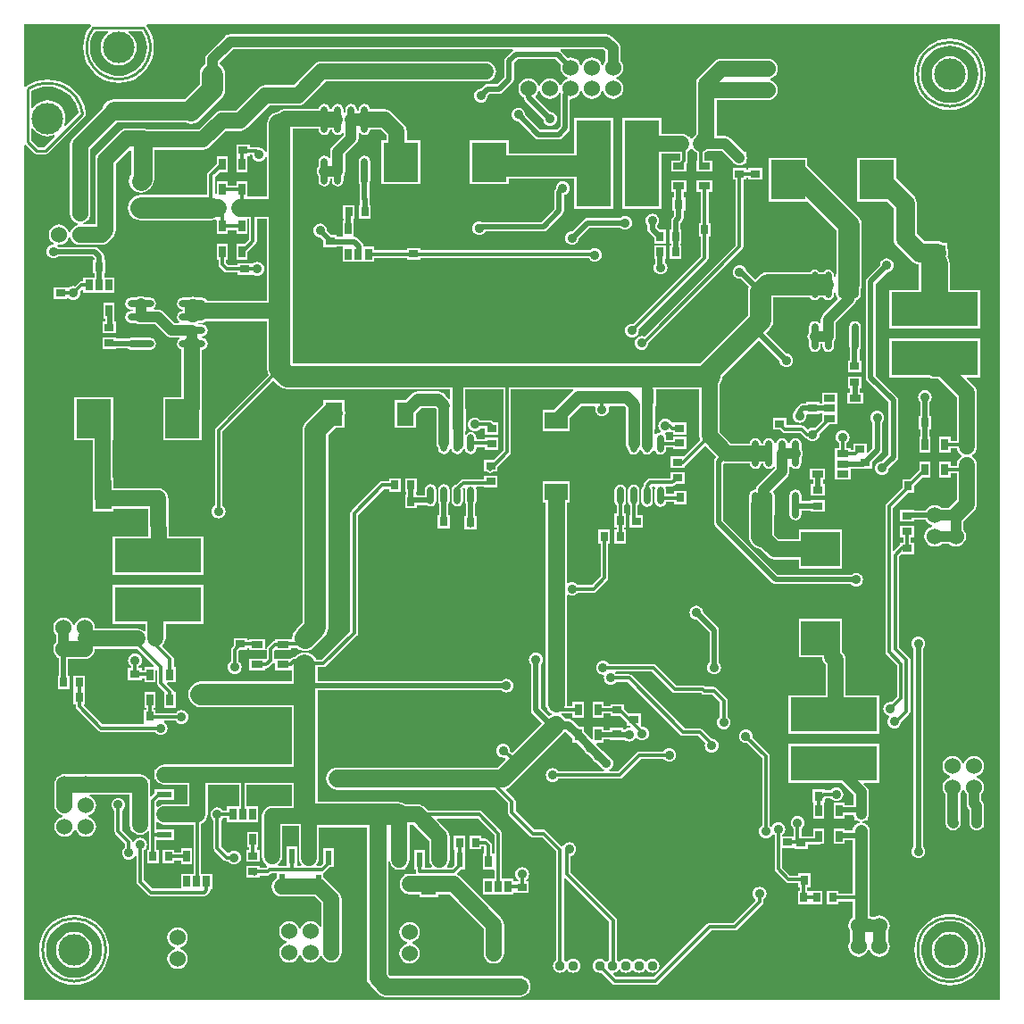
<source format=gbr>
%TF.GenerationSoftware,Altium Limited,Altium Designer,18.1.7 (191)*%
G04 Layer_Physical_Order=1*
G04 Layer_Color=255*
%FSLAX43Y43*%
%MOMM*%
%TF.FileFunction,Copper,L1,Top,Signal*%
%TF.Part,Single*%
G01*
G75*
%TA.AperFunction,NonConductor*%
%ADD10C,0.254*%
%TA.AperFunction,SMDPad,CuDef*%
%ADD11R,3.300X8.200*%
%ADD12R,3.300X3.700*%
%ADD13R,1.700X1.100*%
%ADD14R,8.200X3.300*%
%ADD15R,1.450X0.600*%
%ADD16R,0.900X0.700*%
%ADD17R,4.000X1.750*%
%ADD18O,0.700X1.700*%
%ADD19R,0.600X1.450*%
%ADD20R,0.650X1.100*%
%ADD21R,1.100X1.400*%
%ADD22R,1.950X1.900*%
%ADD23R,0.700X0.900*%
%ADD24R,0.900X0.800*%
%ADD25R,0.800X0.900*%
%ADD26O,0.700X2.500*%
%ADD27O,2.500X0.700*%
%ADD28R,1.100X0.650*%
%ADD29R,3.700X3.300*%
%ADD30R,1.400X1.100*%
%ADD31R,1.100X2.600*%
%ADD32R,1.500X2.800*%
%ADD33R,2.800X1.500*%
%ADD34R,1.600X2.200*%
%ADD35R,2.200X1.600*%
%ADD36R,0.850X0.450*%
%ADD37R,1.100X1.700*%
G04:AMPARAMS|DCode=38|XSize=1.7mm|YSize=1.1mm|CornerRadius=0mm|HoleSize=0mm|Usage=FLASHONLY|Rotation=45.000|XOffset=0mm|YOffset=0mm|HoleType=Round|Shape=Rectangle|*
%AMROTATEDRECTD38*
4,1,4,-0.212,-0.990,-0.990,-0.212,0.212,0.990,0.990,0.212,-0.212,-0.990,0.0*
%
%ADD38ROTATEDRECTD38*%

%ADD39R,2.600X1.100*%
%TA.AperFunction,Conductor*%
%ADD40C,1.000*%
%ADD41C,0.500*%
%ADD42C,0.800*%
%ADD43C,0.300*%
%ADD44C,1.700*%
%ADD45C,1.500*%
%ADD46C,1.800*%
%ADD47C,0.305*%
%ADD48C,2.500*%
%ADD49C,2.000*%
%ADD50C,1.600*%
%ADD51C,1.200*%
%ADD52C,0.900*%
%ADD53C,1.100*%
%TA.AperFunction,ViaPad*%
%ADD54C,3.000*%
%TA.AperFunction,ComponentPad*%
%ADD55C,1.524*%
%ADD56C,0.950*%
%ADD57C,0.900*%
%TA.AperFunction,ViaPad*%
%ADD58C,0.900*%
G36*
X11325Y91523D02*
X11487Y91132D01*
X11586Y90721D01*
X11619Y90300D01*
X11586Y89879D01*
X11487Y89467D01*
X11325Y89077D01*
X11105Y88716D01*
X10830Y88395D01*
X10509Y88120D01*
X10148Y87900D01*
X9757Y87738D01*
X9346Y87639D01*
X8925Y87606D01*
X8504Y87639D01*
X8092Y87738D01*
X7702Y87900D01*
X7341Y88120D01*
X7020Y88395D01*
X6746Y88716D01*
X6525Y89077D01*
X6363Y89467D01*
X6264Y89879D01*
X6231Y90300D01*
X6264Y90721D01*
X6363Y91132D01*
X6525Y91523D01*
X6724Y91848D01*
X7954D01*
X7985Y91725D01*
X7976Y91720D01*
X7717Y91508D01*
X7505Y91249D01*
X7347Y90954D01*
X7250Y90633D01*
X7217Y90300D01*
X7250Y89967D01*
X7347Y89646D01*
X7505Y89351D01*
X7717Y89092D01*
X7976Y88880D01*
X8271Y88722D01*
X8592Y88625D01*
X8925Y88592D01*
X9258Y88625D01*
X9579Y88722D01*
X9874Y88880D01*
X10133Y89092D01*
X10345Y89351D01*
X10503Y89646D01*
X10600Y89967D01*
X10633Y90300D01*
X10600Y90633D01*
X10503Y90954D01*
X10345Y91249D01*
X10133Y91508D01*
X9874Y91720D01*
X9865Y91725D01*
X9896Y91848D01*
X11126D01*
X11325Y91523D01*
D02*
G37*
G36*
X92500Y0D02*
X0D01*
Y81028D01*
X32Y81051D01*
X127Y81076D01*
X919Y80284D01*
X1027Y80212D01*
X1155Y80187D01*
X2011D01*
X2139Y80212D01*
X2247Y80284D01*
X5640Y83677D01*
X5651Y83680D01*
X5759Y83752D01*
X5831Y83860D01*
X5857Y83988D01*
X5852Y84028D01*
X5852Y84028D01*
X5842Y84152D01*
X5707Y84714D01*
X5485Y85249D01*
X5183Y85742D01*
X4807Y86182D01*
X4367Y86558D01*
X3874Y86860D01*
X3339Y87082D01*
X2777Y87217D01*
X2200Y87262D01*
X1623Y87217D01*
X1061Y87082D01*
X526Y86860D01*
X261Y86698D01*
X261Y86698D01*
X198Y86656D01*
X160Y86599D01*
X127Y86577D01*
X39Y86605D01*
X0Y86633D01*
Y92500D01*
X6225D01*
X6248Y92477D01*
X6284Y92398D01*
X6287Y92373D01*
X6204Y92277D01*
X5929Y91827D01*
X5727Y91339D01*
X5604Y90826D01*
X5562Y90300D01*
X5604Y89774D01*
X5727Y89261D01*
X5929Y88773D01*
X6204Y88323D01*
X6547Y87922D01*
X6948Y87579D01*
X7398Y87304D01*
X7886Y87102D01*
X8399Y86979D01*
X8925Y86937D01*
X9451Y86979D01*
X9964Y87102D01*
X10452Y87304D01*
X10902Y87579D01*
X11303Y87922D01*
X11646Y88323D01*
X11921Y88773D01*
X12123Y89261D01*
X12246Y89774D01*
X12288Y90300D01*
X12246Y90826D01*
X12123Y91339D01*
X11921Y91827D01*
X11646Y92277D01*
X11563Y92373D01*
X11573Y92423D01*
X11617Y92500D01*
X92500D01*
Y0D01*
D02*
G37*
G36*
X2672Y86556D02*
X3133Y86446D01*
X3570Y86265D01*
X3974Y86017D01*
X4334Y85709D01*
X4642Y85349D01*
X4890Y84945D01*
X5071Y84508D01*
X5159Y84139D01*
X3891Y82871D01*
X3843Y82893D01*
X3785Y82945D01*
X3875Y83242D01*
X3908Y83575D01*
X3875Y83908D01*
X3778Y84229D01*
X3620Y84524D01*
X3408Y84783D01*
X3149Y84995D01*
X2854Y85153D01*
X2533Y85250D01*
X2200Y85283D01*
X1867Y85250D01*
X1546Y85153D01*
X1251Y84995D01*
X992Y84783D01*
X799Y84547D01*
X672Y84573D01*
Y86168D01*
X830Y86265D01*
X1267Y86446D01*
X1728Y86556D01*
X2200Y86594D01*
X2672Y86556D01*
D02*
G37*
G36*
X992Y82367D02*
X1251Y82155D01*
X1546Y81997D01*
X1867Y81900D01*
X2200Y81867D01*
X2533Y81900D01*
X2830Y81990D01*
X2882Y81932D01*
X2904Y81884D01*
X1873Y80854D01*
X1293D01*
X672Y81475D01*
Y82577D01*
X799Y82603D01*
X992Y82367D01*
D02*
G37*
%LPC*%
G36*
X70475Y89249D02*
X70383Y89237D01*
X68567D01*
X68475Y89249D01*
X68383Y89237D01*
X66084D01*
X65836Y89204D01*
X65605Y89109D01*
X65407Y88956D01*
X63997Y87547D01*
X63845Y87349D01*
X63749Y87118D01*
X63717Y86870D01*
Y82122D01*
X63472Y81878D01*
X63347Y81714D01*
X63230Y81691D01*
X63190Y81696D01*
X63150Y81740D01*
Y81850D01*
X63005D01*
X63003Y81853D01*
X62804Y82005D01*
X62573Y82101D01*
X62325Y82133D01*
X60425D01*
Y83600D01*
X56725D01*
Y75000D01*
X60425D01*
Y80217D01*
X62193D01*
Y79673D01*
X62095Y79575D01*
X61325D01*
Y78525D01*
X62825D01*
Y79307D01*
X62880Y79388D01*
X62907Y79525D01*
Y80424D01*
X63003Y80497D01*
X63043Y80550D01*
X63150D01*
Y80690D01*
X63155Y80696D01*
X63179Y80755D01*
X63306Y80755D01*
X63320Y80721D01*
X63472Y80522D01*
X63671Y80370D01*
X63793Y80320D01*
Y79575D01*
X63725D01*
Y78525D01*
X65225D01*
Y79575D01*
X64507D01*
Y80320D01*
X64629Y80370D01*
X64790Y80494D01*
X66158D01*
X67175Y79477D01*
Y79275D01*
X67392D01*
X67472Y79214D01*
X67642Y79143D01*
X67825Y79119D01*
X68008Y79143D01*
X68178Y79214D01*
X68258Y79275D01*
X68475D01*
Y79565D01*
X68507Y79642D01*
X68531Y79825D01*
X68507Y80008D01*
X68475Y80085D01*
Y80375D01*
X68273D01*
X66949Y81699D01*
X66803Y81811D01*
X66633Y81882D01*
X66450Y81906D01*
X65633D01*
Y85321D01*
X68383D01*
X68475Y85308D01*
X68567Y85321D01*
X70383D01*
X70475Y85308D01*
X70726Y85342D01*
X70960Y85438D01*
X71161Y85593D01*
X71315Y85794D01*
X71412Y86028D01*
X71445Y86279D01*
X71412Y86530D01*
X71315Y86764D01*
X71161Y86965D01*
X70960Y87119D01*
X70726Y87216D01*
Y87342D01*
X70960Y87438D01*
X71161Y87593D01*
X71315Y87794D01*
X71412Y88028D01*
X71445Y88279D01*
X71412Y88530D01*
X71315Y88764D01*
X71161Y88965D01*
X70960Y89119D01*
X70726Y89216D01*
X70475Y89249D01*
D02*
G37*
G36*
X55200Y91556D02*
X19500D01*
X19317Y91532D01*
X19147Y91461D01*
X19001Y91349D01*
X17326Y89674D01*
X17214Y89528D01*
X17143Y89358D01*
X17119Y89175D01*
Y88696D01*
X16969Y88581D01*
X16777Y88330D01*
X16656Y88038D01*
X16615Y87725D01*
Y86801D01*
X15198Y85384D01*
X8500D01*
X8213Y85347D01*
X7945Y85236D01*
X7715Y85060D01*
X7539Y84830D01*
X7428Y84562D01*
X7428Y84558D01*
X4597Y81728D01*
X4445Y81529D01*
X4349Y81298D01*
X4317Y81050D01*
Y74642D01*
X4305Y74550D01*
X4338Y74299D01*
X4435Y74065D01*
X4589Y73864D01*
X4790Y73710D01*
X5024Y73613D01*
Y73487D01*
X4790Y73390D01*
X4589Y73236D01*
X4435Y73035D01*
X4338Y72801D01*
X4212D01*
X4115Y73035D01*
X3961Y73236D01*
X3760Y73390D01*
X3526Y73487D01*
X3275Y73520D01*
X3024Y73487D01*
X2790Y73390D01*
X2589Y73236D01*
X2435Y73035D01*
X2338Y72801D01*
X2305Y72550D01*
X2338Y72299D01*
X2435Y72065D01*
X2589Y71864D01*
X2763Y71730D01*
X2756Y71665D01*
X2738Y71617D01*
X2731Y71603D01*
X2580Y71583D01*
X2422Y71518D01*
X2286Y71414D01*
X2182Y71278D01*
X2117Y71120D01*
X2094Y70950D01*
X2117Y70780D01*
X2182Y70622D01*
X2286Y70486D01*
X2422Y70382D01*
X2580Y70317D01*
X2750Y70294D01*
X2920Y70317D01*
X3078Y70382D01*
X3187Y70466D01*
X6510D01*
X6641Y70335D01*
Y70150D01*
X6500D01*
Y68850D01*
X6641D01*
Y68500D01*
X5600D01*
Y68107D01*
X5375D01*
X5238Y68080D01*
X5123Y68002D01*
X4783Y67663D01*
X4650Y67681D01*
X4480Y67658D01*
X4322Y67593D01*
X4202Y67501D01*
X4140Y67515D01*
X4075Y67552D01*
Y67575D01*
X2775D01*
Y66475D01*
X4075D01*
Y66498D01*
X4140Y66535D01*
X4202Y66549D01*
X4322Y66457D01*
X4480Y66392D01*
X4650Y66369D01*
X4820Y66392D01*
X4978Y66457D01*
X5114Y66561D01*
X5218Y66697D01*
X5283Y66855D01*
X5306Y67025D01*
X5288Y67158D01*
X5473Y67343D01*
X5600Y67291D01*
Y67000D01*
X8550D01*
Y68500D01*
X7559D01*
Y68850D01*
X7700D01*
Y70150D01*
X7559D01*
Y70525D01*
X7524Y70701D01*
X7424Y70849D01*
X7024Y71249D01*
X6876Y71349D01*
X6700Y71384D01*
X3236D01*
X3214Y71414D01*
X3141Y71469D01*
X3191Y71591D01*
X3275Y71580D01*
X3526Y71613D01*
X3760Y71710D01*
X3961Y71864D01*
X4115Y72065D01*
X4212Y72299D01*
X4338D01*
X4435Y72065D01*
X4589Y71864D01*
X4790Y71710D01*
X5024Y71613D01*
X5275Y71580D01*
X5367Y71592D01*
X7325D01*
X7573Y71624D01*
X7804Y71720D01*
X8003Y71872D01*
X8378Y72247D01*
X8530Y72446D01*
X8626Y72677D01*
X8658Y72925D01*
Y79278D01*
X9964Y80583D01*
X10091Y80531D01*
Y78229D01*
X10064Y78195D01*
X9953Y77927D01*
X9915Y77640D01*
X9953Y77353D01*
X10064Y77085D01*
X10240Y76855D01*
X10470Y76679D01*
X10738Y76568D01*
X11025Y76531D01*
X11312Y76568D01*
X11580Y76679D01*
X11810Y76855D01*
X11985Y77030D01*
X12161Y77260D01*
X12272Y77528D01*
X12309Y77815D01*
Y80591D01*
X16929D01*
X17177Y80624D01*
X17408Y80720D01*
X17606Y80872D01*
X19126Y82392D01*
X20437D01*
X20685Y82424D01*
X20916Y82520D01*
X21114Y82672D01*
X23247Y84805D01*
X25938D01*
X26186Y84838D01*
X26417Y84933D01*
X26616Y85086D01*
X28597Y87067D01*
X43775D01*
X44023Y87099D01*
X44254Y87195D01*
X44453Y87347D01*
X44605Y87546D01*
X44701Y87777D01*
X44733Y88025D01*
X44701Y88273D01*
X44605Y88504D01*
X44453Y88703D01*
X44254Y88855D01*
X44023Y88951D01*
X43775Y88983D01*
X28200D01*
X27952Y88951D01*
X27721Y88855D01*
X27522Y88703D01*
X25541Y86721D01*
X22850D01*
X22602Y86689D01*
X22371Y86593D01*
X22172Y86441D01*
X20040Y84308D01*
X18729D01*
X18481Y84276D01*
X18250Y84180D01*
X18052Y84028D01*
X16532Y82508D01*
X11612D01*
X11448Y82576D01*
X11200Y82608D01*
X11100Y82595D01*
X11000Y82608D01*
X9675D01*
X9427Y82576D01*
X9196Y82480D01*
X8997Y82328D01*
X7022Y80353D01*
X6870Y80154D01*
X6774Y79923D01*
X6742Y79675D01*
Y73508D01*
X5606D01*
X5580Y73635D01*
X5760Y73710D01*
X5961Y73864D01*
X6115Y74065D01*
X6212Y74299D01*
X6245Y74550D01*
X6233Y74642D01*
Y80653D01*
X8746Y83165D01*
X15343D01*
X15487Y83106D01*
X15800Y83065D01*
X16113Y83106D01*
X16405Y83227D01*
X16656Y83419D01*
X18681Y85444D01*
X18873Y85695D01*
X18873Y85695D01*
X18994Y85987D01*
X19035Y86300D01*
Y87725D01*
X18994Y88038D01*
X18873Y88330D01*
X18681Y88581D01*
X18531Y88696D01*
Y88883D01*
X19792Y90144D01*
X46326D01*
X46364Y90017D01*
X46301Y89974D01*
X45651Y89324D01*
X45551Y89176D01*
X45516Y89000D01*
Y87490D01*
X44860Y86834D01*
X43950D01*
X43774Y86799D01*
X43626Y86699D01*
X43306Y86380D01*
X43300Y86381D01*
X43130Y86358D01*
X42972Y86293D01*
X42836Y86189D01*
X42732Y86053D01*
X42667Y85895D01*
X42644Y85725D01*
X42667Y85555D01*
X42732Y85397D01*
X42836Y85261D01*
X42972Y85157D01*
X43130Y85092D01*
X43300Y85069D01*
X43470Y85092D01*
X43628Y85157D01*
X43764Y85261D01*
X43868Y85397D01*
X43933Y85555D01*
X43956Y85725D01*
X43955Y85731D01*
X44140Y85916D01*
X45050D01*
X45226Y85951D01*
X45374Y86051D01*
X46299Y86976D01*
X46399Y87124D01*
X46434Y87300D01*
Y88810D01*
X46815Y89191D01*
X50385D01*
X50899Y88677D01*
X50888Y88651D01*
X50855Y88400D01*
X50888Y88149D01*
X50985Y87915D01*
X51139Y87714D01*
X51340Y87560D01*
X51574Y87463D01*
Y87337D01*
X51340Y87240D01*
X51139Y87086D01*
X50985Y86885D01*
X50888Y86651D01*
X50762D01*
X50665Y86885D01*
X50511Y87086D01*
X50310Y87240D01*
X50076Y87337D01*
X49825Y87370D01*
X49574Y87337D01*
X49340Y87240D01*
X49139Y87086D01*
X48985Y86885D01*
X48888Y86651D01*
X48762D01*
X48665Y86885D01*
X48511Y87086D01*
X48310Y87240D01*
X48076Y87337D01*
X47825Y87370D01*
X47574Y87337D01*
X47340Y87240D01*
X47139Y87086D01*
X46985Y86885D01*
X46888Y86651D01*
X46855Y86400D01*
X46888Y86149D01*
X46985Y85915D01*
X47139Y85714D01*
X47340Y85560D01*
X47366Y85549D01*
X47401Y85374D01*
X47501Y85226D01*
X49195Y83531D01*
X49194Y83525D01*
X49217Y83355D01*
X49282Y83197D01*
X49386Y83061D01*
X49522Y82957D01*
X49680Y82892D01*
X49850Y82869D01*
X50020Y82892D01*
X50178Y82957D01*
X50314Y83061D01*
X50418Y83197D01*
X50483Y83355D01*
X50506Y83525D01*
X50483Y83695D01*
X50418Y83853D01*
X50314Y83989D01*
X50178Y84093D01*
X50020Y84158D01*
X49850Y84181D01*
X49844Y84180D01*
X48465Y85558D01*
X48474Y85685D01*
X48511Y85714D01*
X48665Y85915D01*
X48762Y86149D01*
X48888D01*
X48985Y85915D01*
X49139Y85714D01*
X49340Y85560D01*
X49574Y85463D01*
X49825Y85430D01*
X50076Y85463D01*
X50310Y85560D01*
X50511Y85714D01*
X50665Y85915D01*
X50709Y86019D01*
X50850Y86028D01*
X50851Y86026D01*
X50850Y86022D01*
X50816Y85850D01*
Y82840D01*
X50492Y82516D01*
X48908D01*
X47505Y83919D01*
X47506Y83925D01*
X47483Y84095D01*
X47418Y84253D01*
X47314Y84389D01*
X47178Y84493D01*
X47020Y84558D01*
X46850Y84581D01*
X46680Y84558D01*
X46522Y84493D01*
X46386Y84389D01*
X46282Y84253D01*
X46217Y84095D01*
X46194Y83925D01*
X46217Y83755D01*
X46282Y83597D01*
X46386Y83461D01*
X46522Y83357D01*
X46680Y83292D01*
X46850Y83269D01*
X46856Y83270D01*
X48394Y81733D01*
X48542Y81633D01*
X48718Y81598D01*
X50682D01*
X50858Y81633D01*
X51006Y81733D01*
X51599Y82326D01*
X51699Y82474D01*
X51734Y82650D01*
Y85350D01*
X51825Y85430D01*
X52076Y85463D01*
X52310Y85560D01*
X52511Y85714D01*
X52665Y85915D01*
X52762Y86149D01*
X52888D01*
X52985Y85915D01*
X53139Y85714D01*
X53340Y85560D01*
X53574Y85463D01*
X53825Y85430D01*
X54076Y85463D01*
X54310Y85560D01*
X54511Y85714D01*
X54665Y85915D01*
X54762Y86149D01*
X54888D01*
X54985Y85915D01*
X55139Y85714D01*
X55340Y85560D01*
X55574Y85463D01*
X55825Y85430D01*
X56076Y85463D01*
X56310Y85560D01*
X56511Y85714D01*
X56665Y85915D01*
X56762Y86149D01*
X56795Y86400D01*
X56762Y86651D01*
X56665Y86885D01*
X56511Y87086D01*
X56310Y87240D01*
X56076Y87337D01*
Y87463D01*
X56310Y87560D01*
X56511Y87714D01*
X56665Y87915D01*
X56762Y88149D01*
X56795Y88400D01*
X56762Y88651D01*
X56665Y88885D01*
X56531Y89060D01*
Y90225D01*
X56507Y90408D01*
X56436Y90578D01*
X56324Y90724D01*
X55699Y91349D01*
X55553Y91461D01*
X55383Y91532D01*
X55200Y91556D01*
D02*
G37*
G36*
X87750Y91130D02*
X87221Y91089D01*
X86705Y90965D01*
X86215Y90762D01*
X85763Y90485D01*
X85360Y90140D01*
X85015Y89737D01*
X84738Y89285D01*
X84535Y88795D01*
X84411Y88279D01*
X84370Y87750D01*
X84411Y87221D01*
X84535Y86705D01*
X84738Y86215D01*
X85015Y85763D01*
X85360Y85360D01*
X85763Y85015D01*
X86215Y84738D01*
X86705Y84535D01*
X87221Y84411D01*
X87750Y84370D01*
X88279Y84411D01*
X88795Y84535D01*
X89285Y84738D01*
X89737Y85015D01*
X90140Y85360D01*
X90485Y85763D01*
X90762Y86215D01*
X90965Y86705D01*
X91089Y87221D01*
X91130Y87750D01*
X91089Y88279D01*
X90965Y88795D01*
X90762Y89285D01*
X90485Y89737D01*
X90140Y90140D01*
X89737Y90485D01*
X89285Y90762D01*
X88795Y90965D01*
X88279Y91089D01*
X87750Y91130D01*
D02*
G37*
G36*
X32255Y84936D02*
X32040Y84893D01*
X31858Y84772D01*
X31737Y84590D01*
X31694Y84375D01*
Y84282D01*
X31546D01*
Y84375D01*
X31503Y84590D01*
X31382Y84772D01*
X31200Y84893D01*
X30985Y84936D01*
X30770Y84893D01*
X30588Y84772D01*
X30467Y84590D01*
X30424Y84375D01*
Y84157D01*
X30403Y84142D01*
X30276Y84207D01*
Y84375D01*
X30233Y84590D01*
X30111Y84772D01*
X29930Y84893D01*
X29715Y84936D01*
X29500Y84893D01*
X29318Y84772D01*
X29197Y84590D01*
X29166Y84433D01*
X28994D01*
X28963Y84590D01*
X28841Y84772D01*
X28660Y84893D01*
X28445Y84936D01*
X28230Y84893D01*
X28048Y84772D01*
X27927Y84590D01*
X27911Y84508D01*
X24775D01*
X24775Y84508D01*
X24775Y84508D01*
X24664Y84494D01*
X24527Y84476D01*
X24527Y84476D01*
X24527Y84476D01*
X24404Y84424D01*
X24296Y84380D01*
X24296Y84380D01*
X24296Y84380D01*
X24185Y84295D01*
X24097Y84228D01*
X24097Y84228D01*
X24097Y84228D01*
X24058Y84188D01*
X23912Y84169D01*
X23620Y84048D01*
X23369Y83856D01*
X23177Y83605D01*
X23056Y83313D01*
X23015Y83000D01*
Y80295D01*
X22888Y80286D01*
X22883Y80320D01*
X22818Y80478D01*
X22714Y80614D01*
X22578Y80718D01*
X22420Y80783D01*
X22250Y80806D01*
X22154Y80793D01*
X22137Y80805D01*
X22137Y80805D01*
X22137Y80805D01*
X22061Y80820D01*
X22000Y80832D01*
X21400D01*
Y81100D01*
X20100D01*
Y80000D01*
X20100D01*
X20125Y79975D01*
Y78475D01*
X21175D01*
Y79975D01*
X21292Y80000D01*
X21400D01*
Y80118D01*
X21599D01*
X21617Y79980D01*
X21682Y79822D01*
X21786Y79686D01*
X21922Y79582D01*
X22080Y79517D01*
X22250Y79494D01*
X22420Y79517D01*
X22578Y79582D01*
X22714Y79686D01*
X22818Y79822D01*
X22883Y79980D01*
X22888Y80014D01*
X23015Y80005D01*
Y76159D01*
X21175D01*
Y77575D01*
X20125D01*
Y77182D01*
X19275D01*
Y77575D01*
X18225D01*
Y76390D01*
X18098Y76314D01*
X18057Y76336D01*
Y78027D01*
X18505Y78475D01*
X19275D01*
Y79975D01*
X18225D01*
Y79205D01*
X17448Y78427D01*
X17370Y78312D01*
X17343Y78175D01*
Y76310D01*
X11025D01*
X10712Y76269D01*
X10420Y76148D01*
X10169Y75956D01*
X9977Y75705D01*
X9856Y75413D01*
X9815Y75100D01*
X9856Y74787D01*
X9977Y74495D01*
X10169Y74244D01*
X10420Y74052D01*
X10712Y73931D01*
X11025Y73890D01*
X17700D01*
X18013Y73931D01*
X18119Y73975D01*
X18225Y73904D01*
Y72600D01*
X19275D01*
Y72993D01*
X20125D01*
Y72600D01*
X21175D01*
Y74041D01*
X21318D01*
Y72073D01*
X20945Y71700D01*
X20125D01*
Y70200D01*
X21175D01*
Y70920D01*
X21927Y71673D01*
X22005Y71788D01*
X22032Y71925D01*
Y74041D01*
X23015D01*
Y66258D01*
X17317D01*
X17222Y66402D01*
X17040Y66523D01*
X16825Y66566D01*
X16377D01*
X16233Y66626D01*
X15985Y66658D01*
X15737Y66626D01*
X15593Y66566D01*
X15025D01*
X14810Y66523D01*
X14628Y66402D01*
X14507Y66220D01*
X14464Y66005D01*
X14507Y65790D01*
X14628Y65608D01*
X14810Y65487D01*
X15025Y65444D01*
X15027D01*
Y65296D01*
X15025D01*
X14810Y65253D01*
X14628Y65132D01*
X14507Y64950D01*
X14464Y64735D01*
X14507Y64520D01*
X14628Y64338D01*
X14674Y64308D01*
X14635Y64181D01*
X14242D01*
X13189Y65234D01*
X13043Y65346D01*
X12873Y65417D01*
X12690Y65441D01*
X12300D01*
X12261Y65568D01*
X12322Y65608D01*
X12443Y65790D01*
X12486Y66005D01*
X12443Y66220D01*
X12322Y66402D01*
X12140Y66523D01*
X11925Y66566D01*
X11474D01*
X11388Y66631D01*
X11218Y66702D01*
X11035Y66726D01*
X10852Y66702D01*
X10682Y66631D01*
X10596Y66566D01*
X10125D01*
X9910Y66523D01*
X9728Y66402D01*
X9607Y66220D01*
X9564Y66005D01*
X9607Y65790D01*
X9728Y65608D01*
X9910Y65487D01*
X10125Y65444D01*
X10329D01*
Y65296D01*
X10125D01*
X9910Y65253D01*
X9728Y65132D01*
X9607Y64950D01*
X9564Y64735D01*
X9607Y64520D01*
X9728Y64338D01*
X9910Y64217D01*
X10125Y64174D01*
X10531D01*
X10597Y64124D01*
X10767Y64053D01*
X10950Y64029D01*
X12398D01*
X13451Y62976D01*
X13597Y62864D01*
X13767Y62793D01*
X13950Y62769D01*
X14665D01*
X14704Y62642D01*
X14628Y62592D01*
X14507Y62410D01*
X14464Y62195D01*
X14507Y61980D01*
X14628Y61798D01*
X14810Y61677D01*
X14892Y61661D01*
Y57125D01*
X13150D01*
Y53025D01*
X16850D01*
Y57125D01*
X16808D01*
Y61634D01*
X16825D01*
X17040Y61677D01*
X17222Y61798D01*
X17343Y61980D01*
X17386Y62195D01*
X17343Y62410D01*
X17222Y62592D01*
X17040Y62713D01*
X16825Y62756D01*
X16732D01*
X16718Y62777D01*
X16789Y62904D01*
X16825D01*
X17040Y62947D01*
X17222Y63068D01*
X17343Y63250D01*
X17386Y63465D01*
X17343Y63680D01*
X17222Y63862D01*
X17040Y63983D01*
X16825Y64026D01*
X16520D01*
X16465Y64153D01*
X16485Y64174D01*
X16825D01*
X17040Y64217D01*
X17222Y64338D01*
X17224Y64342D01*
X23015D01*
Y59825D01*
X23056Y59512D01*
X23159Y59263D01*
X18173Y54277D01*
X18095Y54162D01*
X18068Y54025D01*
Y46845D01*
X17961Y46764D01*
X17857Y46628D01*
X17792Y46470D01*
X17769Y46300D01*
X17792Y46130D01*
X17857Y45972D01*
X17961Y45836D01*
X18097Y45732D01*
X18255Y45667D01*
X18425Y45644D01*
X18595Y45667D01*
X18753Y45732D01*
X18889Y45836D01*
X18993Y45972D01*
X19058Y46130D01*
X19081Y46300D01*
X19058Y46470D01*
X18993Y46628D01*
X18889Y46764D01*
X18782Y46845D01*
Y53877D01*
X23622Y58717D01*
X24094Y58244D01*
X24345Y58052D01*
X24637Y57931D01*
X24950Y57890D01*
X40394D01*
Y56980D01*
X40267Y56928D01*
X39972Y57223D01*
X39949Y57278D01*
X39821Y57446D01*
X39653Y57574D01*
X39459Y57654D01*
X39250Y57682D01*
X37275D01*
X37066Y57654D01*
X36872Y57574D01*
X36704Y57446D01*
X36109Y56850D01*
X35150D01*
Y54250D01*
X37150D01*
Y55609D01*
X37609Y56068D01*
X38987D01*
X39081Y55974D01*
Y52765D01*
X39105Y52583D01*
X39176Y52412D01*
X39226Y52346D01*
Y52265D01*
X39269Y52051D01*
X39390Y51869D01*
X39572Y51747D01*
X39787Y51705D01*
X40002Y51747D01*
X40184Y51869D01*
X40305Y52051D01*
X40344Y52247D01*
X40402Y52274D01*
X40506Y52215D01*
X40539Y52051D01*
X40660Y51869D01*
X40842Y51747D01*
X41057Y51705D01*
X41272Y51747D01*
X41454Y51869D01*
X41575Y52051D01*
X41604Y52198D01*
X41643Y52249D01*
X41767Y52226D01*
X41775Y52222D01*
X41809Y52051D01*
X41930Y51869D01*
X42112Y51747D01*
X42327Y51705D01*
X42542Y51747D01*
X42724Y51869D01*
X42845Y52051D01*
X42888Y52265D01*
Y52409D01*
X43650D01*
Y52150D01*
X44950D01*
Y53350D01*
X43650D01*
Y53122D01*
X42888D01*
Y53265D01*
X42845Y53480D01*
X42724Y53662D01*
X42542Y53784D01*
X42327Y53826D01*
X42112Y53784D01*
X41930Y53662D01*
X41883Y53590D01*
X41756Y53629D01*
Y53900D01*
X41887D01*
Y56000D01*
X41806D01*
Y57890D01*
X45418D01*
Y52073D01*
X44520Y51175D01*
X43575D01*
Y50075D01*
X43879D01*
X43898Y50048D01*
X44013Y49970D01*
X44150Y49943D01*
X44287Y49970D01*
X44402Y50048D01*
X44430Y50075D01*
X44875D01*
Y50520D01*
X46027Y51673D01*
X46105Y51788D01*
X46132Y51925D01*
Y57890D01*
X52024D01*
X52039Y57868D01*
X52067Y57763D01*
X51979Y57696D01*
X50209Y55925D01*
X49125D01*
Y53925D01*
X51725D01*
Y55159D01*
X52884Y56318D01*
X54076D01*
X54161Y56191D01*
X54142Y56145D01*
X54119Y55975D01*
X54142Y55805D01*
X54207Y55647D01*
X54311Y55511D01*
X54447Y55407D01*
X54605Y55342D01*
X54775Y55319D01*
X54945Y55342D01*
X55103Y55407D01*
X55239Y55511D01*
X55343Y55647D01*
X55408Y55805D01*
X55431Y55975D01*
X55408Y56145D01*
X55389Y56191D01*
X55474Y56318D01*
X56862D01*
X57031Y56150D01*
Y52740D01*
X57056Y52545D01*
X57132Y52362D01*
X57227Y52239D01*
X57269Y52026D01*
X57390Y51844D01*
X57572Y51722D01*
X57787Y51680D01*
X58002Y51722D01*
X58184Y51844D01*
X58305Y52026D01*
X58328Y52140D01*
X58382Y52162D01*
X58462Y52166D01*
X58528Y52080D01*
X58539Y52026D01*
X58660Y51844D01*
X58842Y51722D01*
X59057Y51680D01*
X59272Y51722D01*
X59454Y51844D01*
X59575Y52026D01*
X59586Y52080D01*
X59652Y52166D01*
X59732Y52162D01*
X59786Y52140D01*
X59809Y52026D01*
X59930Y51844D01*
X60112Y51722D01*
X60327Y51680D01*
X60542Y51722D01*
X60724Y51844D01*
X60845Y52026D01*
X60888Y52240D01*
Y52384D01*
X61500D01*
Y52175D01*
X62800D01*
Y53375D01*
X61500D01*
Y53097D01*
X60888D01*
Y53240D01*
X60845Y53455D01*
X60724Y53637D01*
X60703Y53651D01*
X60749Y53773D01*
X60775Y53769D01*
X60945Y53792D01*
X61103Y53857D01*
X61181Y53917D01*
X61288Y53845D01*
X61425Y53818D01*
X61500D01*
Y53575D01*
X62800D01*
Y54775D01*
X61500D01*
Y54775D01*
X61381Y54755D01*
X61343Y54753D01*
X61239Y54889D01*
X61103Y54993D01*
X60945Y55058D01*
X60775Y55081D01*
X60605Y55058D01*
X60447Y54993D01*
X60311Y54889D01*
X60207Y54753D01*
X60142Y54595D01*
X60119Y54425D01*
X60142Y54255D01*
X60207Y54097D01*
X60311Y53961D01*
X60360Y53924D01*
X60337Y53839D01*
X60315Y53799D01*
X60112Y53759D01*
X59930Y53637D01*
X59890Y53576D01*
X59763Y53615D01*
Y54075D01*
X59850D01*
Y56175D01*
X59850D01*
X59855Y56300D01*
X59925D01*
Y57890D01*
X64017D01*
Y53450D01*
X64049Y53202D01*
X64100Y53080D01*
X62545Y51525D01*
X61300D01*
Y50425D01*
X62600D01*
Y50604D01*
X62702Y50673D01*
X64550Y52520D01*
X65623Y51447D01*
X65526Y51349D01*
X65426Y51201D01*
X65391Y51025D01*
Y45250D01*
X65426Y45074D01*
X65526Y44926D01*
X70926Y39526D01*
X71074Y39426D01*
X71250Y39391D01*
X78389D01*
X78411Y39361D01*
X78547Y39257D01*
X78705Y39192D01*
X78875Y39169D01*
X79045Y39192D01*
X79203Y39257D01*
X79339Y39361D01*
X79443Y39497D01*
X79508Y39655D01*
X79531Y39825D01*
X79508Y39995D01*
X79443Y40153D01*
X79339Y40289D01*
X79203Y40393D01*
X79045Y40458D01*
X78875Y40481D01*
X78705Y40458D01*
X78547Y40393D01*
X78438Y40309D01*
X71440D01*
X66309Y45440D01*
Y50765D01*
X66325Y50791D01*
X66361Y50820D01*
X66475Y50850D01*
X66600Y50845D01*
X66625Y50842D01*
X68771D01*
X68802Y50685D01*
X68923Y50503D01*
X69105Y50382D01*
X69320Y50339D01*
X69535Y50382D01*
X69716Y50503D01*
X69838Y50685D01*
X69869Y50842D01*
X70041D01*
X70072Y50685D01*
X70193Y50503D01*
X70375Y50382D01*
X70590Y50339D01*
X70805Y50382D01*
X70987Y50503D01*
X71027Y50564D01*
X71154Y50525D01*
Y50402D01*
X69551Y48799D01*
X69439Y48653D01*
X69368Y48483D01*
X69368Y48481D01*
X69320Y48361D01*
X69105Y48318D01*
X68923Y48197D01*
X68802Y48015D01*
X68759Y47800D01*
Y47282D01*
X68731Y47213D01*
X68690Y46900D01*
Y46162D01*
Y43950D01*
X68731Y43637D01*
X68852Y43345D01*
X69044Y43094D01*
X69295Y42902D01*
X69587Y42781D01*
X69733Y42762D01*
X70472Y42022D01*
X70671Y41870D01*
X70902Y41774D01*
X71150Y41742D01*
X73450D01*
Y40850D01*
X77550D01*
Y44550D01*
X73450D01*
Y43658D01*
X71547D01*
X71110Y44095D01*
Y45797D01*
X71151Y46000D01*
Y47800D01*
X71108Y48015D01*
X70987Y48197D01*
X70983Y48234D01*
X72359Y49611D01*
X72419Y49688D01*
X72471Y49757D01*
X72542Y49927D01*
X72566Y50110D01*
Y50525D01*
X72693Y50564D01*
X72733Y50503D01*
X72915Y50382D01*
X73130Y50339D01*
X73345Y50382D01*
X73526Y50503D01*
X73648Y50685D01*
X73691Y50900D01*
Y51381D01*
X73741Y51447D01*
X73812Y51617D01*
X73836Y51800D01*
X73812Y51983D01*
X73741Y52153D01*
X73691Y52219D01*
Y52700D01*
X73648Y52915D01*
X73526Y53097D01*
X73345Y53218D01*
X73130Y53261D01*
X72915Y53218D01*
X72733Y53097D01*
X72612Y52915D01*
X72569Y52700D01*
Y52506D01*
X72421D01*
Y52700D01*
X72378Y52915D01*
X72257Y53097D01*
X72075Y53218D01*
X71860Y53261D01*
X71645Y53218D01*
X71463Y53097D01*
X71342Y52915D01*
X71299Y52700D01*
Y52318D01*
X71278Y52303D01*
X71151Y52368D01*
Y52700D01*
X71108Y52915D01*
X70987Y53097D01*
X70805Y53218D01*
X70590Y53261D01*
X70375Y53218D01*
X70193Y53097D01*
X70072Y52915D01*
X70041Y52758D01*
X69869D01*
X69838Y52915D01*
X69716Y53097D01*
X69535Y53218D01*
X69320Y53261D01*
X69105Y53218D01*
X68923Y53097D01*
X68802Y52915D01*
X68771Y52758D01*
X67022D01*
X65933Y53847D01*
Y58378D01*
X66023Y58495D01*
X66144Y58787D01*
X66178Y59041D01*
X69681Y62545D01*
X71595Y60631D01*
X71594Y60625D01*
X71617Y60455D01*
X71682Y60297D01*
X71786Y60161D01*
X71922Y60057D01*
X72080Y59992D01*
X72250Y59969D01*
X72420Y59992D01*
X72578Y60057D01*
X72714Y60161D01*
X72818Y60297D01*
X72883Y60455D01*
X72906Y60625D01*
X72883Y60795D01*
X72818Y60953D01*
X72714Y61089D01*
X72578Y61193D01*
X72420Y61258D01*
X72250Y61281D01*
X72244Y61280D01*
X70330Y63194D01*
X70681Y63544D01*
X70873Y63795D01*
X70994Y64087D01*
X71035Y64400D01*
Y66590D01*
X74516D01*
X74573Y66503D01*
X74755Y66382D01*
X74970Y66339D01*
X75185Y66382D01*
X75367Y66503D01*
X75424Y66590D01*
X75775D01*
X75785Y66591D01*
X75843Y66503D01*
X76025Y66382D01*
X76240Y66339D01*
X76455Y66382D01*
X76637Y66503D01*
X76758Y66685D01*
X76801Y66900D01*
Y67070D01*
X76822Y67087D01*
X76949Y67028D01*
Y66900D01*
X76992Y66685D01*
X77113Y66503D01*
X77124Y66397D01*
X75741Y65014D01*
X75629Y64868D01*
X75558Y64698D01*
X75534Y64515D01*
Y64175D01*
X75407Y64136D01*
X75367Y64197D01*
X75185Y64318D01*
X74970Y64361D01*
X74755Y64318D01*
X74573Y64197D01*
X74452Y64015D01*
X74409Y63800D01*
Y63319D01*
X74359Y63253D01*
X74288Y63083D01*
X74264Y62900D01*
X74288Y62717D01*
X74359Y62547D01*
X74409Y62481D01*
Y62000D01*
X74452Y61785D01*
X74573Y61603D01*
X74755Y61482D01*
X74970Y61439D01*
X75185Y61482D01*
X75367Y61603D01*
X75488Y61785D01*
X75531Y62000D01*
Y62194D01*
X75679D01*
Y62000D01*
X75722Y61785D01*
X75843Y61603D01*
X76025Y61482D01*
X76240Y61439D01*
X76455Y61482D01*
X76637Y61603D01*
X76758Y61785D01*
X76801Y62000D01*
Y62481D01*
X76851Y62547D01*
X76922Y62717D01*
X76946Y62900D01*
Y64223D01*
X78699Y65976D01*
X78811Y66122D01*
X78882Y66292D01*
X78891Y66361D01*
X78995Y66382D01*
X79177Y66503D01*
X79298Y66685D01*
X79341Y66900D01*
Y67418D01*
X79369Y67487D01*
X79410Y67800D01*
Y73475D01*
X79369Y73788D01*
X79248Y74080D01*
X79056Y74331D01*
X74267Y79120D01*
Y79794D01*
X70567D01*
Y75694D01*
X74267D01*
X74267Y75694D01*
Y75694D01*
X74353Y75610D01*
X76990Y72974D01*
Y68903D01*
X76949Y68700D01*
Y68572D01*
X76822Y68512D01*
X76801Y68530D01*
Y68700D01*
X76758Y68915D01*
X76637Y69097D01*
X76455Y69218D01*
X76240Y69261D01*
X76025Y69218D01*
X75843Y69097D01*
X75785Y69009D01*
X75775Y69010D01*
X75424D01*
X75367Y69097D01*
X75185Y69218D01*
X74970Y69261D01*
X74755Y69218D01*
X74573Y69097D01*
X74516Y69010D01*
X70500D01*
X70355Y68991D01*
X70187Y68969D01*
X70187Y68969D01*
X70187Y68969D01*
X70031Y68905D01*
X69895Y68848D01*
X69895Y68848D01*
X69895Y68848D01*
X69774Y68756D01*
X69644Y68656D01*
X69294Y68305D01*
X68463Y69136D01*
X68458Y69170D01*
X68393Y69328D01*
X68289Y69464D01*
X68153Y69568D01*
X67995Y69633D01*
X67825Y69656D01*
X67655Y69633D01*
X67497Y69568D01*
X67361Y69464D01*
X67257Y69328D01*
X67192Y69170D01*
X67169Y69000D01*
X67192Y68830D01*
X67257Y68672D01*
X67361Y68536D01*
X67497Y68432D01*
X67655Y68367D01*
X67825Y68344D01*
X67941Y68360D01*
X68716Y67585D01*
X68656Y67438D01*
X68656Y67438D01*
X68656Y67438D01*
X68638Y67305D01*
X68615Y67125D01*
X68615Y67125D01*
X68615Y67125D01*
Y64901D01*
X68294Y64581D01*
X64119Y60406D01*
X64046Y60310D01*
X25451D01*
X25435Y60326D01*
Y82592D01*
X27884D01*
Y82575D01*
X27927Y82360D01*
X28048Y82179D01*
X28230Y82057D01*
X28445Y82014D01*
X28660Y82057D01*
X28841Y82179D01*
X28963Y82360D01*
X28994Y82517D01*
X29166D01*
X29197Y82360D01*
X29318Y82179D01*
X29500Y82057D01*
X29715Y82014D01*
X29930Y82057D01*
X30111Y82179D01*
X30152Y82239D01*
X30279Y82201D01*
Y82002D01*
X29216Y80939D01*
X29104Y80793D01*
X29033Y80623D01*
X29009Y80440D01*
Y79850D01*
X28882Y79811D01*
X28841Y79872D01*
X28660Y79993D01*
X28445Y80036D01*
X28230Y79993D01*
X28048Y79872D01*
X27927Y79690D01*
X27884Y79475D01*
Y78994D01*
X27834Y78928D01*
X27763Y78758D01*
X27739Y78575D01*
X27763Y78392D01*
X27834Y78222D01*
X27884Y78156D01*
Y77675D01*
X27927Y77460D01*
X28048Y77278D01*
X28230Y77157D01*
X28445Y77114D01*
X28660Y77157D01*
X28841Y77278D01*
X28963Y77460D01*
X29006Y77675D01*
Y77869D01*
X29154D01*
Y77675D01*
X29197Y77460D01*
X29318Y77278D01*
X29500Y77157D01*
X29715Y77114D01*
X29930Y77157D01*
X30111Y77278D01*
X30233Y77460D01*
X30276Y77675D01*
Y78156D01*
X30326Y78222D01*
X30397Y78392D01*
X30421Y78575D01*
Y80148D01*
X31484Y81211D01*
X31596Y81357D01*
X31667Y81527D01*
X31691Y81710D01*
Y82201D01*
X31818Y82239D01*
X31858Y82179D01*
X32040Y82057D01*
X32255Y82014D01*
X32470Y82057D01*
X32652Y82179D01*
X32773Y82360D01*
X32804Y82517D01*
X33803D01*
X34342Y81978D01*
Y81475D01*
X33825D01*
Y77375D01*
X37525D01*
Y81475D01*
X36258D01*
Y82375D01*
X36236Y82545D01*
X36226Y82623D01*
X36226Y82623D01*
X36226Y82623D01*
X36173Y82749D01*
X36130Y82854D01*
X36130Y82854D01*
X36130Y82854D01*
X36071Y82931D01*
X35978Y83053D01*
X34878Y84153D01*
X34679Y84305D01*
X34679Y84305D01*
X34448Y84401D01*
X34448Y84401D01*
X34200Y84433D01*
X32804D01*
X32773Y84590D01*
X32652Y84772D01*
X32470Y84893D01*
X32255Y84936D01*
D02*
G37*
G36*
X55825Y83600D02*
X52125D01*
Y80260D01*
X45925D01*
Y81475D01*
X42225D01*
Y77375D01*
X45925D01*
Y77840D01*
X52125D01*
Y75000D01*
X55825D01*
Y83600D01*
D02*
G37*
G36*
X68475Y78875D02*
X67175D01*
Y77775D01*
X67468D01*
Y71548D01*
X58789Y62869D01*
X58695Y62908D01*
X58525Y62931D01*
X58355Y62908D01*
X58197Y62843D01*
X58061Y62739D01*
X57957Y62603D01*
X57892Y62445D01*
X57869Y62275D01*
X57892Y62105D01*
X57957Y61947D01*
X58061Y61811D01*
X58197Y61707D01*
X58355Y61642D01*
X58525Y61619D01*
X58695Y61642D01*
X58853Y61707D01*
X58989Y61811D01*
X59093Y61947D01*
X59158Y62105D01*
X59177Y62247D01*
X68077Y71148D01*
X68155Y71263D01*
X68182Y71400D01*
Y77775D01*
X68475D01*
Y77968D01*
X68650D01*
Y77775D01*
X69950D01*
Y78875D01*
X68650D01*
Y78682D01*
X68475D01*
Y78875D01*
D02*
G37*
G36*
X32255Y80036D02*
X32040Y79993D01*
X31858Y79872D01*
X31737Y79690D01*
X31694Y79475D01*
Y77675D01*
X31737Y77460D01*
X31796Y77372D01*
Y75970D01*
X31798Y75960D01*
X31791Y75925D01*
X31816Y75799D01*
Y75350D01*
X31725D01*
Y74050D01*
X32825D01*
Y75350D01*
X32734D01*
Y75900D01*
X32714Y76001D01*
Y77372D01*
X32773Y77460D01*
X32816Y77675D01*
Y79475D01*
X32773Y79690D01*
X32652Y79872D01*
X32470Y79993D01*
X32255Y80036D01*
D02*
G37*
G36*
X51050Y77606D02*
X50880Y77583D01*
X50722Y77518D01*
X50586Y77414D01*
X50482Y77278D01*
X50417Y77120D01*
X50394Y76950D01*
X50395Y76942D01*
X50301Y76801D01*
X50266Y76625D01*
Y74979D01*
X49046Y73759D01*
X43379D01*
X43320Y73783D01*
X43150Y73806D01*
X42980Y73783D01*
X42849Y73729D01*
X42824Y73724D01*
X42676Y73624D01*
X42576Y73476D01*
X42571Y73451D01*
X42517Y73320D01*
X42494Y73150D01*
X42517Y72980D01*
X42582Y72822D01*
X42686Y72686D01*
X42822Y72582D01*
X42980Y72517D01*
X43150Y72494D01*
X43320Y72517D01*
X43478Y72582D01*
X43614Y72686D01*
X43718Y72822D01*
X43726Y72841D01*
X49236D01*
X49412Y72876D01*
X49561Y72976D01*
X51049Y74464D01*
X51149Y74613D01*
X51184Y74789D01*
Y76312D01*
X51220Y76317D01*
X51378Y76382D01*
X51514Y76486D01*
X51618Y76622D01*
X51683Y76780D01*
X51706Y76950D01*
X51683Y77120D01*
X51618Y77278D01*
X51514Y77414D01*
X51378Y77518D01*
X51220Y77583D01*
X51050Y77606D01*
D02*
G37*
G36*
X56969Y74331D02*
X56800Y74308D01*
X56642Y74243D01*
X56506Y74139D01*
X56502Y74134D01*
X53375D01*
X53199Y74099D01*
X53051Y73999D01*
X51931Y72880D01*
X51925Y72881D01*
X51755Y72858D01*
X51597Y72793D01*
X51461Y72689D01*
X51357Y72553D01*
X51292Y72395D01*
X51269Y72225D01*
X51292Y72055D01*
X51357Y71897D01*
X51461Y71761D01*
X51597Y71657D01*
X51755Y71592D01*
X51925Y71569D01*
X52095Y71592D01*
X52253Y71657D01*
X52389Y71761D01*
X52493Y71897D01*
X52558Y72055D01*
X52581Y72225D01*
X52580Y72231D01*
X53565Y73216D01*
X56502D01*
X56506Y73211D01*
X56642Y73107D01*
X56800Y73042D01*
X56969Y73019D01*
X57139Y73042D01*
X57297Y73107D01*
X57433Y73211D01*
X57537Y73347D01*
X57603Y73505D01*
X57625Y73675D01*
X57603Y73845D01*
X57537Y74003D01*
X57433Y74139D01*
X57297Y74243D01*
X57139Y74308D01*
X56969Y74331D01*
D02*
G37*
G36*
X31325Y75350D02*
X30225D01*
Y74050D01*
X30266D01*
Y73850D01*
X30200D01*
X30200Y72350D01*
X30080Y72334D01*
X29625D01*
Y72525D01*
X29124D01*
X28705Y72944D01*
X28706Y72950D01*
X28683Y73120D01*
X28618Y73278D01*
X28514Y73414D01*
X28378Y73518D01*
X28220Y73583D01*
X28050Y73606D01*
X27880Y73583D01*
X27722Y73518D01*
X27586Y73414D01*
X27482Y73278D01*
X27417Y73120D01*
X27394Y72950D01*
X27417Y72780D01*
X27482Y72622D01*
X27586Y72486D01*
X27722Y72382D01*
X27880Y72317D01*
X28050Y72294D01*
X28056Y72295D01*
X28325Y72026D01*
Y71325D01*
X29625D01*
Y71416D01*
X30200D01*
Y69950D01*
X33150D01*
Y70343D01*
X36275D01*
Y70175D01*
X37575D01*
Y70343D01*
X53513D01*
X53532Y70297D01*
X53636Y70161D01*
X53772Y70057D01*
X53930Y69992D01*
X54100Y69969D01*
X54270Y69992D01*
X54428Y70057D01*
X54564Y70161D01*
X54668Y70297D01*
X54733Y70455D01*
X54756Y70625D01*
X54733Y70795D01*
X54668Y70953D01*
X54564Y71089D01*
X54428Y71193D01*
X54270Y71258D01*
X54100Y71281D01*
X53930Y71258D01*
X53772Y71193D01*
X53636Y71089D01*
X53612Y71057D01*
X37575D01*
Y71275D01*
X36275D01*
Y71057D01*
X33150D01*
Y71450D01*
X32184D01*
Y71450D01*
X32149Y71626D01*
X32049Y71774D01*
X31624Y72199D01*
X31476Y72299D01*
X31365Y72321D01*
X31298Y72338D01*
X31250Y72444D01*
Y73850D01*
X31184D01*
Y74050D01*
X31325D01*
Y75350D01*
D02*
G37*
G36*
X59550Y74531D02*
X59380Y74508D01*
X59222Y74443D01*
X59086Y74339D01*
X58982Y74203D01*
X58917Y74045D01*
X58894Y73875D01*
X58917Y73705D01*
X58982Y73547D01*
X59086Y73411D01*
X59091Y73408D01*
Y73075D01*
X59110Y72980D01*
X59126Y72899D01*
X59126Y72899D01*
X59126Y72899D01*
X59226Y72751D01*
X59226Y72751D01*
X59226Y72751D01*
X59725Y72251D01*
Y71700D01*
X60825D01*
Y73000D01*
X60274D01*
X60009Y73265D01*
Y73408D01*
X60014Y73411D01*
X60118Y73547D01*
X60183Y73705D01*
X60206Y73875D01*
X60183Y74045D01*
X60118Y74203D01*
X60014Y74339D01*
X59878Y74443D01*
X59720Y74508D01*
X59550Y74531D01*
D02*
G37*
G36*
X62825Y77675D02*
X61325D01*
Y76625D01*
X61616D01*
Y76100D01*
X61475D01*
Y74800D01*
X61616D01*
Y74340D01*
X61451Y74174D01*
X61351Y74026D01*
X61316Y73850D01*
Y73000D01*
X61225D01*
Y71700D01*
X61316D01*
Y71550D01*
X61225D01*
Y70250D01*
X62325D01*
Y71550D01*
X62234D01*
Y71700D01*
X62325D01*
Y73000D01*
X62234D01*
Y73660D01*
X62399Y73826D01*
X62499Y73974D01*
X62534Y74150D01*
Y74800D01*
X62675D01*
Y76100D01*
X62534D01*
Y76625D01*
X62825D01*
Y77675D01*
D02*
G37*
G36*
X60825Y71550D02*
X59725D01*
Y70250D01*
X59816D01*
Y69830D01*
X59757Y69753D01*
X59692Y69595D01*
X59669Y69425D01*
X59692Y69255D01*
X59757Y69097D01*
X59861Y68961D01*
X59997Y68857D01*
X60155Y68792D01*
X60325Y68769D01*
X60495Y68792D01*
X60653Y68857D01*
X60789Y68961D01*
X60893Y69097D01*
X60958Y69255D01*
X60981Y69425D01*
X60958Y69595D01*
X60893Y69753D01*
X60789Y69889D01*
X60734Y69931D01*
Y70250D01*
X60825D01*
Y71550D01*
D02*
G37*
G36*
X19275Y71700D02*
X18225D01*
Y70200D01*
X18393D01*
Y69725D01*
X18420Y69588D01*
X18498Y69473D01*
X18923Y69048D01*
X19038Y68970D01*
X19175Y68943D01*
X20225D01*
Y68725D01*
X21525D01*
Y68773D01*
X21590Y68810D01*
X21652Y68824D01*
X21772Y68732D01*
X21930Y68667D01*
X22100Y68644D01*
X22270Y68667D01*
X22428Y68732D01*
X22564Y68836D01*
X22668Y68972D01*
X22733Y69130D01*
X22756Y69300D01*
X22733Y69470D01*
X22668Y69628D01*
X22564Y69764D01*
X22428Y69868D01*
X22270Y69933D01*
X22100Y69956D01*
X21930Y69933D01*
X21772Y69868D01*
X21652Y69776D01*
X21635Y69780D01*
X21525Y69825D01*
X21525Y69825D01*
X21525Y69825D01*
X20225D01*
Y69657D01*
X19323D01*
X19107Y69873D01*
Y70200D01*
X19275D01*
Y71700D01*
D02*
G37*
G36*
X65225Y77675D02*
X63725D01*
Y76625D01*
X64168D01*
Y73675D01*
X63975D01*
Y72375D01*
X64168D01*
Y70498D01*
X57758Y64088D01*
X57625Y64106D01*
X57455Y64083D01*
X57297Y64018D01*
X57161Y63914D01*
X57057Y63778D01*
X56992Y63620D01*
X56969Y63450D01*
X56992Y63280D01*
X57057Y63122D01*
X57161Y62986D01*
X57297Y62882D01*
X57455Y62817D01*
X57625Y62794D01*
X57795Y62817D01*
X57953Y62882D01*
X58089Y62986D01*
X58193Y63122D01*
X58258Y63280D01*
X58281Y63450D01*
X58263Y63583D01*
X64777Y70098D01*
X64855Y70213D01*
X64882Y70350D01*
Y72375D01*
X65075D01*
Y73675D01*
X64882D01*
Y76625D01*
X65225D01*
Y77675D01*
D02*
G37*
G36*
X82667Y79794D02*
X78967D01*
Y75694D01*
X81787D01*
X82416Y75065D01*
Y72219D01*
X82453Y71932D01*
X82564Y71664D01*
X82740Y71434D01*
X84109Y70065D01*
X84339Y69889D01*
X84607Y69778D01*
X84844Y69747D01*
X84837Y69700D01*
Y67325D01*
X82025D01*
Y63625D01*
X90625D01*
Y67325D01*
X87762D01*
Y69700D01*
X87713Y70079D01*
X87567Y70431D01*
X87534Y70473D01*
X87572Y70563D01*
X87609Y70850D01*
X87572Y71137D01*
X87515Y71274D01*
Y71750D01*
X87134D01*
X87055Y71811D01*
X86787Y71922D01*
X86500Y71959D01*
X85353D01*
X84634Y72678D01*
Y75525D01*
X84597Y75812D01*
X84486Y76080D01*
X84310Y76310D01*
X82667Y77952D01*
Y79794D01*
D02*
G37*
G36*
X8550Y66100D02*
X7500D01*
Y64600D01*
X7641D01*
Y64300D01*
X7400D01*
Y63200D01*
X8700D01*
Y64300D01*
X8559D01*
Y65250D01*
X8550Y65294D01*
Y66100D01*
D02*
G37*
G36*
X8700Y62800D02*
X7400D01*
Y61700D01*
X8700D01*
Y61751D01*
X9799D01*
X9910Y61677D01*
X10125Y61634D01*
X11925D01*
X12140Y61677D01*
X12322Y61798D01*
X12443Y61980D01*
X12486Y62195D01*
X12443Y62410D01*
X12322Y62592D01*
X12140Y62713D01*
X11925Y62756D01*
X10125D01*
X9910Y62713D01*
X9844Y62669D01*
X8700D01*
Y62800D01*
D02*
G37*
G36*
X78780Y64361D02*
X78565Y64318D01*
X78383Y64197D01*
X78262Y64015D01*
X78219Y63800D01*
Y62000D01*
X78262Y61785D01*
X78291Y61742D01*
Y60600D01*
X78100D01*
Y59500D01*
X79400D01*
Y60600D01*
X79209D01*
Y61652D01*
X79298Y61785D01*
X79341Y62000D01*
Y63800D01*
X79298Y64015D01*
X79177Y64197D01*
X78995Y64318D01*
X78780Y64361D01*
D02*
G37*
G36*
X77125Y57550D02*
X75625D01*
Y56534D01*
X75400D01*
Y56675D01*
X74100D01*
Y56534D01*
X73825D01*
X73741Y56517D01*
X73649Y56499D01*
X73649Y56499D01*
X73649Y56499D01*
X73578Y56451D01*
X73501Y56399D01*
X73201Y56099D01*
X73201Y56099D01*
X73201Y56099D01*
X73153Y56029D01*
X73101Y55951D01*
X73101Y55951D01*
X73101Y55951D01*
X73084Y55862D01*
X73076Y55825D01*
X73061Y55814D01*
X72957Y55678D01*
X72892Y55520D01*
X72869Y55350D01*
X72892Y55180D01*
X72957Y55022D01*
X73061Y54886D01*
X73197Y54782D01*
X73355Y54717D01*
X73525Y54694D01*
X73695Y54717D01*
X73853Y54782D01*
X73989Y54886D01*
X74093Y55022D01*
X74158Y55180D01*
X74181Y55350D01*
X74177Y55380D01*
X74260Y55475D01*
X75400D01*
Y55616D01*
X75625D01*
Y54880D01*
X74961Y54216D01*
X74920Y54233D01*
X74750Y54256D01*
X74580Y54233D01*
X74422Y54168D01*
X74289Y54066D01*
X74002Y54352D01*
X73945Y54391D01*
X73887Y54430D01*
X73887Y54430D01*
X73887Y54430D01*
X73813Y54444D01*
X73750Y54457D01*
X72275D01*
Y55150D01*
X70975D01*
Y54050D01*
X71670D01*
X71873Y53848D01*
X71988Y53770D01*
X72125Y53743D01*
X73602D01*
X73998Y53348D01*
X74055Y53309D01*
X74113Y53270D01*
X74113Y53270D01*
X74113Y53270D01*
X74196Y53254D01*
X74286Y53136D01*
X74422Y53032D01*
X74580Y52967D01*
X74750Y52944D01*
X74920Y52967D01*
X75078Y53032D01*
X75214Y53136D01*
X75318Y53272D01*
X75383Y53430D01*
X75406Y53600D01*
X75400Y53645D01*
X76355Y54600D01*
X77125D01*
Y55550D01*
Y56500D01*
Y57550D01*
D02*
G37*
G36*
X79400Y59100D02*
X78100D01*
Y58000D01*
X78316D01*
Y57550D01*
X78025D01*
Y56500D01*
X79525D01*
Y57550D01*
X79234D01*
Y58000D01*
X79400D01*
Y59100D01*
D02*
G37*
G36*
X42700Y55206D02*
X42530Y55183D01*
X42372Y55118D01*
X42236Y55014D01*
X42132Y54878D01*
X42067Y54720D01*
X42044Y54550D01*
X42067Y54380D01*
X42132Y54222D01*
X42236Y54086D01*
X42372Y53982D01*
X42530Y53917D01*
X42700Y53894D01*
X42870Y53917D01*
X43028Y53982D01*
X43164Y54086D01*
X43245Y54193D01*
X43650D01*
Y53550D01*
X44950D01*
Y54750D01*
X44505D01*
X44452Y54802D01*
X44337Y54880D01*
X44200Y54907D01*
X43245D01*
X43164Y55014D01*
X43028Y55118D01*
X42870Y55183D01*
X42700Y55206D01*
D02*
G37*
G36*
X90625Y62725D02*
X82025D01*
Y59025D01*
X85782D01*
X85821Y58995D01*
X86052Y58899D01*
X86300Y58867D01*
X86678D01*
X88417Y57128D01*
Y53007D01*
X87825D01*
Y53400D01*
X86775D01*
Y51900D01*
X87825D01*
Y52293D01*
X88437D01*
X88449Y52202D01*
X88545Y51971D01*
X88697Y51772D01*
X88725Y51751D01*
Y51675D01*
X88824D01*
X88877Y51635D01*
X88888Y51562D01*
X88877Y51490D01*
X88697Y51353D01*
X88545Y51154D01*
X88449Y50923D01*
X88417Y50675D01*
Y50607D01*
X87825D01*
Y51000D01*
X86775D01*
Y49500D01*
X87825D01*
Y49893D01*
X88417D01*
Y47397D01*
X87712Y46693D01*
X87665Y46656D01*
X86985D01*
X86810Y46790D01*
X86576Y46887D01*
X86325Y46920D01*
X86074Y46887D01*
X85840Y46790D01*
X85639Y46636D01*
X85485Y46435D01*
X85474Y46409D01*
X84350D01*
Y46450D01*
X83050D01*
Y45350D01*
X84350D01*
Y45491D01*
X85474D01*
X85485Y45465D01*
X85639Y45264D01*
X85840Y45110D01*
X86074Y45013D01*
Y44887D01*
X85840Y44790D01*
X85639Y44636D01*
X85485Y44435D01*
X85388Y44201D01*
X85355Y43950D01*
X85388Y43699D01*
X85485Y43465D01*
X85639Y43264D01*
X85840Y43110D01*
X86074Y43013D01*
X86325Y42980D01*
X86576Y43013D01*
X86810Y43110D01*
X86985Y43244D01*
X87665D01*
X87840Y43110D01*
X88074Y43013D01*
X88325Y42980D01*
X88576Y43013D01*
X88810Y43110D01*
X89011Y43264D01*
X89165Y43465D01*
X89262Y43699D01*
X89295Y43950D01*
X89262Y44201D01*
X89165Y44435D01*
X89031Y44610D01*
Y45290D01*
X89068Y45337D01*
X90053Y46322D01*
X90156Y46457D01*
X90205Y46521D01*
X90205Y46521D01*
X90205Y46521D01*
X90252Y46635D01*
X90301Y46752D01*
X90301Y46752D01*
X90301Y46752D01*
X90333Y47000D01*
Y50675D01*
X90301Y50923D01*
X90205Y51154D01*
X90053Y51353D01*
X89873Y51490D01*
X89862Y51562D01*
X89873Y51635D01*
X89926Y51675D01*
X90025D01*
Y51751D01*
X90053Y51772D01*
X90205Y51971D01*
X90301Y52202D01*
X90333Y52450D01*
Y57525D01*
X90301Y57773D01*
X90205Y58004D01*
X90053Y58203D01*
X89347Y58908D01*
X89396Y59025D01*
X90625D01*
Y62725D01*
D02*
G37*
G36*
X85400Y57781D02*
X85230Y57758D01*
X85072Y57693D01*
X84936Y57589D01*
X84832Y57453D01*
X84767Y57295D01*
X84744Y57125D01*
X84767Y56955D01*
X84832Y56797D01*
X84936Y56661D01*
X84941Y56658D01*
Y55375D01*
X84800D01*
Y54075D01*
X84941D01*
Y53400D01*
X84875D01*
Y51900D01*
X85925D01*
Y53400D01*
X85859D01*
Y54075D01*
X86000D01*
Y55375D01*
X85859D01*
Y56658D01*
X85864Y56661D01*
X85968Y56797D01*
X86033Y56955D01*
X86056Y57125D01*
X86033Y57295D01*
X85968Y57453D01*
X85864Y57589D01*
X85728Y57693D01*
X85570Y57758D01*
X85400Y57781D01*
D02*
G37*
G36*
X80875Y55856D02*
X80705Y55833D01*
X80547Y55768D01*
X80411Y55664D01*
X80307Y55528D01*
X80242Y55370D01*
X80219Y55200D01*
X80242Y55030D01*
X80307Y54872D01*
X80411Y54736D01*
X80416Y54733D01*
Y52290D01*
X80017Y51891D01*
X79900Y51940D01*
Y52750D01*
X78600D01*
Y52107D01*
X78350D01*
Y52275D01*
X77957D01*
Y52805D01*
X78064Y52886D01*
X78168Y53022D01*
X78233Y53180D01*
X78256Y53350D01*
X78233Y53520D01*
X78168Y53678D01*
X78064Y53814D01*
X77928Y53918D01*
X77770Y53983D01*
X77600Y54006D01*
X77430Y53983D01*
X77272Y53918D01*
X77136Y53814D01*
X77032Y53678D01*
X76967Y53520D01*
X76944Y53350D01*
X76967Y53180D01*
X77032Y53022D01*
X77136Y52886D01*
X77243Y52805D01*
Y52275D01*
X76850D01*
Y51225D01*
Y50275D01*
Y49325D01*
X78350D01*
Y50316D01*
X79550D01*
X79720Y50350D01*
X80400D01*
Y50976D01*
X81199Y51776D01*
X81299Y51924D01*
X81334Y52100D01*
Y54733D01*
X81339Y54736D01*
X81443Y54872D01*
X81508Y55030D01*
X81531Y55200D01*
X81508Y55370D01*
X81443Y55528D01*
X81339Y55664D01*
X81203Y55768D01*
X81045Y55833D01*
X80875Y55856D01*
D02*
G37*
G36*
X81800Y70289D02*
X81630Y70267D01*
X81493Y70209D01*
X81448Y70201D01*
X81299Y70101D01*
X81199Y69952D01*
X81173Y69817D01*
X81167Y69803D01*
X81144Y69633D01*
X81147Y69615D01*
X79951Y68418D01*
X79851Y68270D01*
X79816Y68094D01*
Y58975D01*
X79851Y58799D01*
X79951Y58651D01*
X81941Y56660D01*
Y51665D01*
X81331Y51055D01*
X81325Y51056D01*
X81155Y51033D01*
X80997Y50968D01*
X80861Y50864D01*
X80757Y50728D01*
X80692Y50570D01*
X80669Y50400D01*
X80692Y50230D01*
X80757Y50072D01*
X80861Y49936D01*
X80997Y49832D01*
X81155Y49767D01*
X81325Y49744D01*
X81495Y49767D01*
X81653Y49832D01*
X81789Y49936D01*
X81893Y50072D01*
X81958Y50230D01*
X81981Y50400D01*
X81980Y50406D01*
X82724Y51151D01*
X82824Y51299D01*
X82859Y51475D01*
Y56850D01*
X82824Y57026D01*
X82724Y57174D01*
X80734Y59165D01*
Y67904D01*
X81809Y68979D01*
X81970Y69000D01*
X82128Y69065D01*
X82264Y69170D01*
X82368Y69305D01*
X82433Y69464D01*
X82456Y69633D01*
X82433Y69803D01*
X82368Y69961D01*
X82264Y70097D01*
X82128Y70201D01*
X81970Y70267D01*
X81800Y70289D01*
D02*
G37*
G36*
X62600Y50025D02*
X61300D01*
Y49407D01*
X59325D01*
X59325Y49407D01*
X59325Y49407D01*
X59257Y49393D01*
X59188Y49380D01*
X59188Y49380D01*
X59188Y49380D01*
X59130Y49341D01*
X59073Y49302D01*
X59073Y49302D01*
X59073Y49302D01*
X58805Y49034D01*
X58766Y48977D01*
X58727Y48919D01*
X58727Y48919D01*
X58727Y48919D01*
X58714Y48850D01*
X58700Y48782D01*
Y48713D01*
X58660Y48687D01*
X58539Y48505D01*
X58496Y48290D01*
Y47290D01*
X58539Y47076D01*
X58660Y46894D01*
X58842Y46772D01*
X59057Y46730D01*
X59272Y46772D01*
X59454Y46894D01*
X59575Y47076D01*
X59618Y47290D01*
Y48290D01*
X59575Y48505D01*
X59534Y48566D01*
X59602Y48693D01*
X59782D01*
X59850Y48566D01*
X59809Y48505D01*
X59766Y48290D01*
Y47290D01*
X59809Y47076D01*
X59930Y46894D01*
X60112Y46772D01*
X60327Y46730D01*
X60542Y46772D01*
X60724Y46894D01*
X60845Y47076D01*
X60876Y47234D01*
X61600D01*
Y46950D01*
X62800D01*
Y48250D01*
X61600D01*
Y47947D01*
X60888D01*
Y48290D01*
X60845Y48505D01*
X60804Y48566D01*
X60872Y48693D01*
X61475D01*
X61543Y48707D01*
X61612Y48720D01*
X61612Y48720D01*
X61612Y48720D01*
X61670Y48759D01*
X61727Y48798D01*
X61855Y48925D01*
X62600D01*
Y50025D01*
D02*
G37*
G36*
X44875Y49675D02*
X43575D01*
Y49372D01*
X41590D01*
X41454Y49345D01*
X41338Y49268D01*
X40919Y48849D01*
X40842Y48833D01*
X40660Y48712D01*
X40539Y48530D01*
X40496Y48315D01*
Y47315D01*
X40539Y47101D01*
X40660Y46919D01*
X40842Y46797D01*
X41057Y46755D01*
X41272Y46797D01*
X41454Y46919D01*
X41575Y47101D01*
X41618Y47315D01*
Y48315D01*
X41584Y48487D01*
X41671Y48577D01*
X41697Y48573D01*
X41789Y48431D01*
X41766Y48315D01*
Y47315D01*
X41809Y47101D01*
X41843Y47050D01*
Y45900D01*
X41725D01*
Y44600D01*
X42268D01*
X42302Y44593D01*
X42336Y44600D01*
X42925D01*
Y45900D01*
X42761D01*
Y46975D01*
X42845Y47101D01*
X42888Y47315D01*
Y48315D01*
X42845Y48530D01*
X42834Y48547D01*
X42894Y48659D01*
X43575D01*
Y48575D01*
X44875D01*
Y49675D01*
D02*
G37*
G36*
X30350Y56850D02*
X28350D01*
Y56462D01*
X26744Y54856D01*
X26552Y54605D01*
X26477Y54425D01*
X26450D01*
Y54359D01*
X26431Y54313D01*
X26390Y54000D01*
Y35751D01*
X25769Y35131D01*
X25577Y34880D01*
X25456Y34588D01*
X25415Y34275D01*
X25419Y34240D01*
X25311Y34145D01*
X25250Y34168D01*
Y34200D01*
X23750D01*
Y34027D01*
X23638Y34005D01*
X23523Y33927D01*
X23073Y33477D01*
X22995Y33362D01*
X22977Y33270D01*
X22850Y33282D01*
Y34200D01*
X21350D01*
Y34082D01*
X21150D01*
Y34300D01*
X19850D01*
Y33605D01*
X19698Y33452D01*
X19620Y33337D01*
X19593Y33200D01*
Y32070D01*
X19486Y31989D01*
X19382Y31853D01*
X19317Y31695D01*
X19294Y31525D01*
X19317Y31355D01*
X19382Y31197D01*
X19486Y31061D01*
X19622Y30957D01*
X19780Y30892D01*
X19950Y30869D01*
X20120Y30892D01*
X20278Y30957D01*
X20414Y31061D01*
X20518Y31197D01*
X20583Y31355D01*
X20606Y31525D01*
X20583Y31695D01*
X20518Y31853D01*
X20414Y31989D01*
X20307Y32070D01*
Y33052D01*
X20455Y33200D01*
X21150D01*
Y33368D01*
X21350D01*
Y33150D01*
X22841D01*
X22850Y33150D01*
X22968Y33129D01*
Y32321D01*
X22850Y32300D01*
X22850Y32300D01*
X22850Y32300D01*
X21350D01*
Y31250D01*
X22850D01*
Y31418D01*
X22950D01*
X23087Y31445D01*
X23202Y31523D01*
X23577Y31898D01*
X23623Y31966D01*
X23750Y31928D01*
Y31250D01*
X25250D01*
Y31321D01*
X25263Y31330D01*
X25334Y31306D01*
X25390Y31243D01*
Y30160D01*
X16750D01*
X16437Y30119D01*
X16145Y29998D01*
X15894Y29806D01*
X15702Y29555D01*
X15581Y29263D01*
X15540Y28950D01*
X15581Y28637D01*
X15702Y28345D01*
X15894Y28094D01*
X16145Y27902D01*
X16437Y27781D01*
X16750Y27740D01*
X25390D01*
Y22308D01*
X13300D01*
X13052Y22276D01*
X12821Y22180D01*
X12622Y22028D01*
X12486Y21850D01*
X12375D01*
Y21599D01*
X12374Y21598D01*
X12342Y21350D01*
X12374Y21102D01*
X12375Y21101D01*
Y20850D01*
X12486D01*
X12622Y20672D01*
X12821Y20520D01*
X13052Y20424D01*
X13300Y20392D01*
X15467D01*
Y18508D01*
X13300D01*
X13052Y18476D01*
X12821Y18380D01*
X12659Y18255D01*
X12532Y18305D01*
Y18727D01*
X12755Y18950D01*
X14225D01*
Y19950D01*
X12375D01*
Y19580D01*
X12035Y19240D01*
X11908Y19292D01*
Y20400D01*
X11876Y20648D01*
X11875Y20649D01*
Y20900D01*
X11764D01*
X11628Y21078D01*
X11429Y21230D01*
X11198Y21326D01*
X10950Y21358D01*
X6086D01*
X6076Y21362D01*
X5825Y21395D01*
X5574Y21362D01*
X5564Y21358D01*
X4086D01*
X4076Y21362D01*
X3825Y21395D01*
X3574Y21362D01*
X3340Y21265D01*
X3139Y21111D01*
X2985Y20910D01*
X2888Y20676D01*
X2855Y20425D01*
X2867Y20333D01*
Y18517D01*
X2855Y18425D01*
X2888Y18174D01*
X2985Y17940D01*
X3139Y17739D01*
X3340Y17585D01*
X3574Y17488D01*
Y17362D01*
X3340Y17265D01*
X3139Y17111D01*
X2985Y16910D01*
X2888Y16676D01*
X2855Y16425D01*
X2888Y16174D01*
X2985Y15940D01*
X3139Y15739D01*
X3340Y15585D01*
X3574Y15488D01*
X3825Y15455D01*
X4076Y15488D01*
X4310Y15585D01*
X4511Y15739D01*
X4665Y15940D01*
X4762Y16174D01*
X4888D01*
X4985Y15940D01*
X5139Y15739D01*
X5340Y15585D01*
X5574Y15488D01*
X5825Y15455D01*
X6076Y15488D01*
X6310Y15585D01*
X6511Y15739D01*
X6665Y15940D01*
X6762Y16174D01*
X6795Y16425D01*
X6762Y16676D01*
X6665Y16910D01*
X6511Y17111D01*
X6310Y17265D01*
X6076Y17362D01*
Y17488D01*
X6310Y17585D01*
X6511Y17739D01*
X6665Y17940D01*
X6762Y18174D01*
X6795Y18425D01*
X6762Y18676D01*
X6665Y18910D01*
X6511Y19111D01*
X6310Y19265D01*
X6191Y19315D01*
X6216Y19442D01*
X9992D01*
Y16600D01*
X10024Y16352D01*
X10025Y16351D01*
Y16100D01*
X10136D01*
X10272Y15922D01*
X10471Y15770D01*
X10702Y15674D01*
X10950Y15642D01*
X11198Y15674D01*
X11429Y15770D01*
X11628Y15922D01*
X11691Y16005D01*
X11818Y15962D01*
Y15650D01*
Y14225D01*
X11625D01*
Y12925D01*
X12725D01*
Y14225D01*
X12532D01*
Y15150D01*
X14225D01*
Y16150D01*
X12532D01*
Y16795D01*
X12659Y16845D01*
X12821Y16720D01*
X13052Y16624D01*
X13300Y16592D01*
X16043D01*
Y11950D01*
X14850D01*
Y10532D01*
X12123D01*
X11332Y11323D01*
Y14155D01*
X11439Y14236D01*
X11543Y14372D01*
X11608Y14530D01*
X11631Y14700D01*
X11608Y14870D01*
X11543Y15028D01*
X11439Y15164D01*
X11303Y15268D01*
X11145Y15333D01*
X10975Y15356D01*
X10805Y15333D01*
X10647Y15268D01*
X10511Y15164D01*
X10407Y15028D01*
X10379Y14961D01*
X10365Y14959D01*
X10251Y14981D01*
X10230Y15087D01*
X10152Y15202D01*
X9257Y16098D01*
Y17930D01*
X9364Y18011D01*
X9468Y18147D01*
X9533Y18305D01*
X9556Y18475D01*
X9533Y18645D01*
X9468Y18803D01*
X9364Y18939D01*
X9228Y19043D01*
X9070Y19108D01*
X8900Y19131D01*
X8730Y19108D01*
X8572Y19043D01*
X8436Y18939D01*
X8332Y18803D01*
X8267Y18645D01*
X8244Y18475D01*
X8267Y18305D01*
X8332Y18147D01*
X8436Y18011D01*
X8543Y17930D01*
Y15950D01*
X8570Y15813D01*
X8648Y15698D01*
X9543Y14802D01*
Y14470D01*
X9436Y14389D01*
X9332Y14253D01*
X9267Y14095D01*
X9244Y13925D01*
X9267Y13755D01*
X9332Y13597D01*
X9436Y13461D01*
X9572Y13357D01*
X9730Y13292D01*
X9900Y13269D01*
X10070Y13292D01*
X10228Y13357D01*
X10364Y13461D01*
X10468Y13597D01*
X10491Y13654D01*
X10618Y13628D01*
Y11175D01*
X10645Y11038D01*
X10723Y10923D01*
X11723Y9923D01*
X11838Y9845D01*
X11975Y9818D01*
X17075D01*
X17212Y9845D01*
X17327Y9923D01*
X17527Y10123D01*
X17605Y10238D01*
X17632Y10375D01*
Y10450D01*
X17800D01*
Y11950D01*
X16757D01*
Y16659D01*
X16904Y16720D01*
X17103Y16872D01*
X17255Y17071D01*
X17351Y17302D01*
X17383Y17550D01*
Y20392D01*
X20343D01*
Y18325D01*
X19225D01*
Y17932D01*
X18845D01*
X18764Y18039D01*
X18628Y18143D01*
X18470Y18208D01*
X18300Y18231D01*
X18130Y18208D01*
X17972Y18143D01*
X17836Y18039D01*
X17732Y17903D01*
X17667Y17745D01*
X17644Y17575D01*
X17667Y17405D01*
X17732Y17247D01*
X17836Y17111D01*
X17943Y17030D01*
Y14375D01*
X17970Y14238D01*
X18048Y14123D01*
X18948Y13223D01*
X19063Y13145D01*
X19200Y13118D01*
X19355D01*
X19436Y13011D01*
X19572Y12907D01*
X19730Y12842D01*
X19900Y12819D01*
X20070Y12842D01*
X20228Y12907D01*
X20364Y13011D01*
X20468Y13147D01*
X20533Y13305D01*
X20556Y13475D01*
X20533Y13645D01*
X20468Y13803D01*
X20364Y13939D01*
X20228Y14043D01*
X20070Y14108D01*
X19900Y14131D01*
X19730Y14108D01*
X19572Y14043D01*
X19436Y13939D01*
X19430Y13930D01*
X19261Y13919D01*
X18657Y14523D01*
Y17030D01*
X18764Y17111D01*
X18845Y17218D01*
X19225D01*
Y16825D01*
X22175D01*
Y18325D01*
X21057D01*
Y20392D01*
X25390D01*
Y18358D01*
X23475D01*
X23227Y18326D01*
X22996Y18230D01*
X22797Y18078D01*
X22645Y17879D01*
X22549Y17648D01*
X22517Y17400D01*
Y13575D01*
X22549Y13327D01*
X22645Y13096D01*
X22797Y12897D01*
X22941Y12788D01*
X22975Y12675D01*
X22988Y12584D01*
X22896Y12482D01*
X22325D01*
Y12675D01*
X21025D01*
Y11575D01*
X22325D01*
Y11768D01*
X23075D01*
X23212Y11795D01*
X23327Y11873D01*
X23435Y11981D01*
X23925D01*
Y11539D01*
X23747Y11403D01*
X23595Y11204D01*
X23499Y10973D01*
X23467Y10725D01*
X23499Y10477D01*
X23595Y10246D01*
X23747Y10047D01*
X23946Y9895D01*
X24177Y9799D01*
X24425Y9767D01*
X27553D01*
X28167Y9153D01*
Y6823D01*
X28040Y6797D01*
X27965Y6977D01*
X27811Y7178D01*
X27610Y7332D01*
X27376Y7429D01*
X27125Y7462D01*
X26874Y7429D01*
X26640Y7332D01*
X26439Y7178D01*
X26285Y6977D01*
X26188Y6743D01*
X26062D01*
X25965Y6977D01*
X25811Y7178D01*
X25610Y7332D01*
X25376Y7429D01*
X25125Y7462D01*
X24874Y7429D01*
X24640Y7332D01*
X24439Y7178D01*
X24285Y6977D01*
X24188Y6743D01*
X24155Y6492D01*
X24188Y6241D01*
X24285Y6007D01*
X24439Y5806D01*
X24640Y5652D01*
X24874Y5555D01*
Y5429D01*
X24640Y5332D01*
X24439Y5178D01*
X24285Y4977D01*
X24188Y4743D01*
X24155Y4492D01*
X24188Y4241D01*
X24285Y4007D01*
X24439Y3806D01*
X24640Y3652D01*
X24874Y3555D01*
X25125Y3522D01*
X25376Y3555D01*
X25610Y3652D01*
X25811Y3806D01*
X25965Y4007D01*
X26062Y4241D01*
X26188D01*
X26285Y4007D01*
X26439Y3806D01*
X26640Y3652D01*
X26874Y3555D01*
X27125Y3522D01*
X27376Y3555D01*
X27610Y3652D01*
X27811Y3806D01*
X27965Y4007D01*
X28062Y4241D01*
X28188D01*
X28285Y4007D01*
X28439Y3806D01*
X28640Y3652D01*
X28874Y3555D01*
X29125Y3522D01*
X29376Y3555D01*
X29610Y3652D01*
X29811Y3806D01*
X29965Y4007D01*
X30062Y4241D01*
X30095Y4492D01*
X30083Y4584D01*
Y6400D01*
X30095Y6492D01*
X30083Y6584D01*
Y9550D01*
X30051Y9798D01*
X29955Y10029D01*
X29803Y10228D01*
X28678Y11353D01*
X28479Y11505D01*
X28458Y11514D01*
X28404Y11555D01*
X28375Y11567D01*
Y12004D01*
X28477Y12073D01*
X28955Y12550D01*
X29325D01*
Y14400D01*
X28325D01*
Y12930D01*
X28077Y12682D01*
X27730D01*
X27681Y12809D01*
X27805Y12971D01*
X27901Y13202D01*
X27933Y13450D01*
Y16340D01*
X32491D01*
Y2050D01*
X32526Y1789D01*
X32626Y1546D01*
X32787Y1337D01*
X33587Y537D01*
X33796Y377D01*
X34039Y276D01*
X34300Y241D01*
X47000D01*
X47261Y276D01*
X47504Y377D01*
X47713Y537D01*
X47873Y746D01*
X47974Y989D01*
X48009Y1250D01*
X47974Y1511D01*
X47873Y1754D01*
X47713Y1963D01*
X47504Y2124D01*
X47261Y2224D01*
X47000Y2259D01*
X34718D01*
X34509Y2468D01*
Y13149D01*
X34636Y13157D01*
X34649Y13052D01*
X34745Y12821D01*
X34897Y12622D01*
X35096Y12470D01*
X35100Y12469D01*
Y12375D01*
X35326D01*
X35327Y12374D01*
X35575Y12342D01*
X35823Y12374D01*
X35824Y12375D01*
X36100D01*
Y12505D01*
X36253Y12622D01*
X36405Y12821D01*
X36501Y13052D01*
X36533Y13300D01*
Y16592D01*
X36878D01*
X38417Y15053D01*
Y13300D01*
X38449Y13052D01*
X38545Y12821D01*
X38670Y12659D01*
X38620Y12532D01*
X38000D01*
Y14225D01*
X37000D01*
Y12375D01*
X37118D01*
Y12175D01*
X37145Y12038D01*
X37147Y12035D01*
X37080Y11908D01*
X36550D01*
X36302Y11876D01*
X36301Y11875D01*
X36050D01*
Y11764D01*
X35872Y11628D01*
X35720Y11429D01*
X35624Y11198D01*
X35592Y10950D01*
X35624Y10702D01*
X35720Y10471D01*
X35872Y10272D01*
X36050Y10136D01*
Y10025D01*
X36301D01*
X36302Y10024D01*
X36550Y9992D01*
X37450D01*
Y9725D01*
X39250D01*
Y9992D01*
X40303D01*
X43567Y6728D01*
Y6492D01*
X43555Y6400D01*
X43567Y6308D01*
Y4492D01*
X43555Y4400D01*
X43588Y4149D01*
X43685Y3915D01*
X43839Y3714D01*
X44040Y3560D01*
X44274Y3463D01*
X44525Y3430D01*
X44776Y3463D01*
X45010Y3560D01*
X45211Y3714D01*
X45365Y3915D01*
X45462Y4149D01*
X45495Y4400D01*
X45483Y4492D01*
Y6308D01*
X45495Y6400D01*
X45483Y6492D01*
Y7125D01*
X45451Y7373D01*
X45355Y7604D01*
X45203Y7803D01*
X41378Y11628D01*
X41179Y11780D01*
X41045Y11835D01*
X41015Y11985D01*
X41405Y12375D01*
X41775D01*
Y14225D01*
X41825Y14250D01*
Y15550D01*
X40725D01*
Y14250D01*
X40775Y14225D01*
Y12755D01*
X40552Y12532D01*
X40130D01*
X40080Y12659D01*
X40205Y12821D01*
X40301Y13052D01*
X40333Y13300D01*
Y15450D01*
X40301Y15698D01*
X40205Y15929D01*
X40205Y15929D01*
X40053Y16128D01*
X39104Y17076D01*
X39153Y17193D01*
X42977D01*
X44568Y15602D01*
Y13949D01*
X44500Y13850D01*
X44459Y13850D01*
X44332Y13893D01*
Y14650D01*
X44305Y14787D01*
X44227Y14902D01*
X43977Y15152D01*
X43862Y15230D01*
X43725Y15257D01*
X43325D01*
Y15550D01*
X42225D01*
Y14250D01*
X43325D01*
Y14543D01*
X43577D01*
X43618Y14502D01*
Y13850D01*
X43450D01*
Y12350D01*
X44441D01*
X44500Y12350D01*
X44568Y12251D01*
Y11450D01*
X43450D01*
Y9950D01*
X46400D01*
Y10120D01*
X46525Y10125D01*
Y10125D01*
X47825D01*
Y11225D01*
X47557D01*
Y11355D01*
X47664Y11436D01*
X47768Y11572D01*
X47833Y11730D01*
X47856Y11900D01*
X47833Y12070D01*
X47768Y12228D01*
X47664Y12364D01*
X47528Y12468D01*
X47370Y12533D01*
X47200Y12556D01*
X47030Y12533D01*
X46872Y12468D01*
X46736Y12364D01*
X46632Y12228D01*
X46567Y12070D01*
X46544Y11900D01*
X46567Y11730D01*
X46632Y11572D01*
X46736Y11436D01*
X46843Y11355D01*
Y11225D01*
X46525D01*
Y11225D01*
X46400Y11230D01*
Y11450D01*
X45282D01*
Y15750D01*
X45255Y15887D01*
X45177Y16002D01*
X43377Y17802D01*
X43262Y17880D01*
X43125Y17907D01*
X38273D01*
X37953Y18228D01*
X37831Y18321D01*
X37754Y18380D01*
X37523Y18476D01*
X37275Y18508D01*
X36147D01*
X36030Y18598D01*
X35738Y18719D01*
X35425Y18760D01*
X27810D01*
Y20900D01*
Y29000D01*
Y29316D01*
X45258D01*
X45261Y29311D01*
X45397Y29207D01*
X45555Y29142D01*
X45725Y29119D01*
X45895Y29142D01*
X46053Y29207D01*
X46189Y29311D01*
X46293Y29447D01*
X46358Y29605D01*
X46381Y29775D01*
X46358Y29945D01*
X46293Y30103D01*
X46189Y30239D01*
X46053Y30343D01*
X45895Y30408D01*
X45725Y30431D01*
X45555Y30408D01*
X45397Y30343D01*
X45261Y30239D01*
X45258Y30234D01*
X27810D01*
Y31518D01*
X28375D01*
X28512Y31545D01*
X28627Y31623D01*
X31527Y34523D01*
X31605Y34638D01*
X31632Y34775D01*
Y45973D01*
X34102Y48443D01*
X34600D01*
Y48150D01*
X35700D01*
Y49450D01*
X34600D01*
Y49157D01*
X33954D01*
X33817Y49130D01*
X33701Y49052D01*
X31023Y46374D01*
X30945Y46258D01*
X30918Y46121D01*
Y34923D01*
X28227Y32232D01*
X27689D01*
X27648Y32330D01*
X27456Y32581D01*
X27275Y32720D01*
Y32725D01*
X27268D01*
X27205Y32773D01*
X26913Y32894D01*
X26600Y32935D01*
X26287Y32894D01*
X25995Y32773D01*
X25744Y32581D01*
X25668Y32482D01*
X25575D01*
X25575Y32482D01*
X25575Y32482D01*
X25497Y32466D01*
X25438Y32455D01*
X25438Y32455D01*
X25438Y32455D01*
X25374Y32412D01*
X25323Y32377D01*
X25323Y32377D01*
X25323Y32377D01*
X25245Y32300D01*
X23809D01*
X23750Y32300D01*
X23682Y32399D01*
Y33077D01*
X23755Y33150D01*
X25250D01*
Y33368D01*
X25836D01*
X25975Y33261D01*
Y33125D01*
X26266D01*
X26312Y33106D01*
X26625Y33065D01*
X26938Y33106D01*
X26984Y33125D01*
X27275D01*
Y33261D01*
X27481Y33419D01*
X28456Y34394D01*
X28648Y34645D01*
X28769Y34937D01*
X28810Y35250D01*
Y53499D01*
X29562Y54250D01*
X30350D01*
Y55205D01*
X30394Y55312D01*
X30435Y55625D01*
X30394Y55938D01*
X30350Y56045D01*
Y56850D01*
D02*
G37*
G36*
X75950Y50375D02*
X74450D01*
Y49325D01*
X74791D01*
Y48875D01*
X74600D01*
Y47775D01*
X75900D01*
Y48875D01*
X75709D01*
Y49325D01*
X75950D01*
Y50375D01*
D02*
G37*
G36*
X37200Y49450D02*
X36100D01*
Y48150D01*
X36191D01*
Y47900D01*
X36125D01*
Y46600D01*
X37225D01*
Y46891D01*
X38162D01*
X38302Y46797D01*
X38517Y46755D01*
X38732Y46797D01*
X38914Y46919D01*
X39035Y47101D01*
X39078Y47315D01*
Y48315D01*
X39035Y48530D01*
X38914Y48712D01*
X38732Y48833D01*
X38517Y48876D01*
X38302Y48833D01*
X38120Y48712D01*
X37999Y48530D01*
X37956Y48315D01*
Y47809D01*
X37225D01*
Y47900D01*
X37109D01*
Y48150D01*
X37200D01*
Y49450D01*
D02*
G37*
G36*
X73130Y48361D02*
X72915Y48318D01*
X72733Y48197D01*
X72612Y48015D01*
X72569Y47800D01*
Y46000D01*
X72612Y45785D01*
X72733Y45603D01*
X72915Y45482D01*
X73130Y45439D01*
X73345Y45482D01*
X73526Y45603D01*
X73648Y45785D01*
X73691Y46000D01*
Y46366D01*
X74600D01*
Y46275D01*
X75900D01*
Y47375D01*
X74600D01*
Y47284D01*
X73691D01*
Y47800D01*
X73648Y48015D01*
X73526Y48197D01*
X73345Y48318D01*
X73130Y48361D01*
D02*
G37*
G36*
X57787Y48851D02*
X57572Y48809D01*
X57390Y48687D01*
X57269Y48505D01*
X57226Y48290D01*
Y47290D01*
X57269Y47076D01*
X57390Y46894D01*
X57430Y46867D01*
Y45925D01*
X57375D01*
Y44725D01*
X58675D01*
Y45925D01*
X58144D01*
Y46867D01*
X58184Y46894D01*
X58305Y47076D01*
X58348Y47290D01*
Y48290D01*
X58305Y48505D01*
X58184Y48687D01*
X58002Y48809D01*
X57787Y48851D01*
D02*
G37*
G36*
X39787Y48876D02*
X39572Y48833D01*
X39390Y48712D01*
X39269Y48530D01*
X39226Y48315D01*
Y47315D01*
X39269Y47101D01*
X39303Y47050D01*
Y45975D01*
X39150D01*
Y44675D01*
X40350D01*
Y45975D01*
X40221D01*
Y46975D01*
X40305Y47101D01*
X40348Y47315D01*
Y48315D01*
X40305Y48530D01*
X40184Y48712D01*
X40002Y48833D01*
X39787Y48876D01*
D02*
G37*
G36*
X56517Y48851D02*
X56302Y48809D01*
X56120Y48687D01*
X55999Y48505D01*
X55956Y48290D01*
Y47290D01*
X55999Y47076D01*
X56120Y46894D01*
X56160Y46867D01*
Y46100D01*
X55950D01*
Y44800D01*
X56160D01*
Y44575D01*
X55950D01*
Y43275D01*
X57050D01*
Y44575D01*
X56874D01*
Y44800D01*
X57050D01*
Y46100D01*
X56874D01*
Y46867D01*
X56914Y46894D01*
X57035Y47076D01*
X57078Y47290D01*
Y48290D01*
X57035Y48505D01*
X56914Y48687D01*
X56732Y48809D01*
X56517Y48851D01*
D02*
G37*
G36*
X8450Y57125D02*
X4750D01*
Y53025D01*
X6467D01*
Y47525D01*
X6499Y47277D01*
X6525Y47215D01*
Y46300D01*
X8425D01*
Y46567D01*
X11751D01*
X11774Y44040D01*
X11685Y43950D01*
X8375D01*
Y40250D01*
X16975D01*
Y43950D01*
X13692D01*
X13658Y47534D01*
X13641Y47653D01*
X13626Y47773D01*
X13624Y47777D01*
X13623Y47782D01*
X13576Y47893D01*
X13530Y48004D01*
X13527Y48008D01*
X13525Y48012D01*
X13451Y48107D01*
X13378Y48203D01*
X13374Y48205D01*
X13371Y48209D01*
X13275Y48281D01*
X13179Y48355D01*
X13175Y48357D01*
X13171Y48359D01*
X13060Y48404D01*
X12948Y48451D01*
X12944Y48451D01*
X12939Y48453D01*
X12820Y48467D01*
X12700Y48483D01*
X8425D01*
Y49500D01*
X8383D01*
Y53025D01*
X8450D01*
Y57125D01*
D02*
G37*
G36*
X50425Y49134D02*
X50359Y49125D01*
X49125D01*
Y47125D01*
X49416D01*
Y28050D01*
X49451Y27789D01*
X49552Y27546D01*
X49712Y27337D01*
X49775Y27288D01*
Y27275D01*
X49792D01*
X49921Y27177D01*
X49995Y27146D01*
Y27008D01*
X49895Y26967D01*
X49775Y26875D01*
X49775D01*
X49670Y26929D01*
X48959Y27640D01*
Y31783D01*
X48964Y31786D01*
X49068Y31922D01*
X49133Y32080D01*
X49156Y32250D01*
X49133Y32420D01*
X49068Y32578D01*
X48964Y32714D01*
X48828Y32818D01*
X48670Y32883D01*
X48500Y32906D01*
X48330Y32883D01*
X48172Y32818D01*
X48036Y32714D01*
X47932Y32578D01*
X47867Y32420D01*
X47844Y32250D01*
X47867Y32080D01*
X47932Y31922D01*
X48036Y31786D01*
X48041Y31783D01*
Y27450D01*
X48076Y27274D01*
X48176Y27126D01*
X49089Y26212D01*
X46244Y23367D01*
X46046Y23530D01*
X46056Y23600D01*
X46033Y23770D01*
X45968Y23928D01*
X45864Y24064D01*
X45728Y24168D01*
X45570Y24233D01*
X45400Y24256D01*
X45230Y24233D01*
X45072Y24168D01*
X44936Y24064D01*
X44832Y23928D01*
X44767Y23770D01*
X44744Y23600D01*
X44767Y23430D01*
X44832Y23272D01*
X44936Y23136D01*
X45072Y23032D01*
X45230Y22967D01*
X45400Y22944D01*
X45556Y22965D01*
X45638Y22907D01*
X45641Y22887D01*
X45644Y22766D01*
X44886Y22009D01*
X29675D01*
X29401Y21973D01*
X29145Y21867D01*
X28926Y21699D01*
X28758Y21480D01*
X28652Y21224D01*
X28616Y20950D01*
X28652Y20676D01*
X28758Y20420D01*
X28926Y20201D01*
X29145Y20033D01*
X29401Y19927D01*
X29675Y19891D01*
X44629D01*
X45868Y18652D01*
Y17775D01*
X45895Y17638D01*
X45973Y17523D01*
X47998Y15498D01*
X48113Y15420D01*
X48250Y15393D01*
X49127D01*
X50443Y14077D01*
Y3802D01*
X50319Y3706D01*
X50210Y3565D01*
X50142Y3401D01*
X50119Y3225D01*
X50142Y3049D01*
X50210Y2885D01*
X50319Y2744D01*
X50460Y2635D01*
X50624Y2567D01*
X50800Y2544D01*
X50976Y2567D01*
X51140Y2635D01*
X51281Y2744D01*
X51348Y2831D01*
X51358Y2836D01*
X51492D01*
X51502Y2831D01*
X51569Y2744D01*
X51710Y2635D01*
X51874Y2567D01*
X52050Y2544D01*
X52226Y2567D01*
X52390Y2635D01*
X52531Y2744D01*
X52640Y2885D01*
X52708Y3049D01*
X52731Y3225D01*
X52708Y3401D01*
X52640Y3565D01*
X52531Y3706D01*
X52390Y3815D01*
X52226Y3883D01*
X52050Y3906D01*
X51874Y3883D01*
X51710Y3815D01*
X51569Y3706D01*
X51502Y3619D01*
X51492Y3614D01*
X51358D01*
X51348Y3619D01*
X51281Y3706D01*
X51157Y3802D01*
Y11509D01*
X51284Y11561D01*
X55468Y7377D01*
Y3818D01*
X55460Y3815D01*
X55319Y3706D01*
X55252Y3619D01*
X55242Y3614D01*
X55108D01*
X55098Y3619D01*
X55031Y3706D01*
X54890Y3815D01*
X54726Y3883D01*
X54550Y3906D01*
X54374Y3883D01*
X54210Y3815D01*
X54069Y3706D01*
X53960Y3565D01*
X53892Y3401D01*
X53869Y3225D01*
X53892Y3049D01*
X53960Y2885D01*
X54069Y2744D01*
X54210Y2635D01*
X54374Y2567D01*
X54550Y2544D01*
X54706Y2565D01*
X55748Y1523D01*
X55863Y1445D01*
X56000Y1418D01*
X59850D01*
X59987Y1445D01*
X60102Y1523D01*
X65148Y6568D01*
X67400D01*
X67537Y6595D01*
X67652Y6673D01*
X69977Y8998D01*
X70055Y9113D01*
X70082Y9250D01*
Y9505D01*
X70189Y9586D01*
X70293Y9722D01*
X70358Y9880D01*
X70381Y10050D01*
X70358Y10220D01*
X70293Y10378D01*
X70189Y10514D01*
X70053Y10618D01*
X69895Y10683D01*
X69725Y10706D01*
X69555Y10683D01*
X69397Y10618D01*
X69261Y10514D01*
X69157Y10378D01*
X69092Y10220D01*
X69069Y10050D01*
X69092Y9880D01*
X69157Y9722D01*
X69261Y9586D01*
X69351Y9518D01*
X69356Y9386D01*
X67252Y7282D01*
X65000D01*
X64863Y7255D01*
X64748Y7177D01*
X59702Y2132D01*
X56148D01*
X55856Y2423D01*
X55902Y2558D01*
X55976Y2567D01*
X56140Y2635D01*
X56281Y2744D01*
X56348Y2831D01*
X56358Y2836D01*
X56492D01*
X56502Y2831D01*
X56569Y2744D01*
X56710Y2635D01*
X56874Y2567D01*
X57050Y2544D01*
X57226Y2567D01*
X57390Y2635D01*
X57531Y2744D01*
X57598Y2831D01*
X57608Y2836D01*
X57742D01*
X57752Y2831D01*
X57819Y2744D01*
X57960Y2635D01*
X58124Y2567D01*
X58300Y2544D01*
X58476Y2567D01*
X58640Y2635D01*
X58781Y2744D01*
X58848Y2831D01*
X58858Y2836D01*
X58992D01*
X59002Y2831D01*
X59069Y2744D01*
X59210Y2635D01*
X59374Y2567D01*
X59550Y2544D01*
X59726Y2567D01*
X59890Y2635D01*
X60031Y2744D01*
X60140Y2885D01*
X60208Y3049D01*
X60231Y3225D01*
X60208Y3401D01*
X60140Y3565D01*
X60031Y3706D01*
X59890Y3815D01*
X59726Y3883D01*
X59550Y3906D01*
X59374Y3883D01*
X59210Y3815D01*
X59069Y3706D01*
X59002Y3619D01*
X58992Y3614D01*
X58858D01*
X58848Y3619D01*
X58781Y3706D01*
X58640Y3815D01*
X58476Y3883D01*
X58300Y3906D01*
X58124Y3883D01*
X57960Y3815D01*
X57819Y3706D01*
X57752Y3619D01*
X57742Y3614D01*
X57608D01*
X57598Y3619D01*
X57531Y3706D01*
X57390Y3815D01*
X57226Y3883D01*
X57050Y3906D01*
X56874Y3883D01*
X56710Y3815D01*
X56569Y3706D01*
X56502Y3619D01*
X56492Y3614D01*
X56358D01*
X56348Y3619D01*
X56281Y3706D01*
X56182Y3783D01*
Y7525D01*
X56155Y7662D01*
X56077Y7777D01*
X51807Y12048D01*
Y13637D01*
X51845Y13642D01*
X52003Y13707D01*
X52139Y13811D01*
X52243Y13947D01*
X52308Y14105D01*
X52331Y14275D01*
X52308Y14445D01*
X52243Y14603D01*
X52139Y14739D01*
X52003Y14843D01*
X51845Y14908D01*
X51675Y14931D01*
X51505Y14908D01*
X51347Y14843D01*
X51211Y14739D01*
X51107Y14603D01*
X51107Y14602D01*
X50957Y14572D01*
X49527Y16002D01*
X49412Y16080D01*
X49275Y16107D01*
X48398D01*
X46582Y17923D01*
Y18800D01*
X46555Y18937D01*
X46477Y19052D01*
X45699Y19831D01*
X45729Y19981D01*
X45855Y20033D01*
X46074Y20201D01*
X47674Y21801D01*
X47674Y21801D01*
X51174Y25301D01*
X51209Y25347D01*
X51377Y25358D01*
X52000Y24735D01*
Y24350D01*
X52385D01*
X53040Y23695D01*
X53042Y23680D01*
X53107Y23522D01*
X53211Y23386D01*
X53347Y23282D01*
X53505Y23217D01*
X53520Y23215D01*
X53825Y22910D01*
X53882Y22772D01*
X53986Y22636D01*
X54122Y22532D01*
X54260Y22475D01*
X54623Y22112D01*
X54645Y22060D01*
X54749Y21924D01*
X54885Y21820D01*
X54971Y21784D01*
X54946Y21657D01*
X50645D01*
X50564Y21764D01*
X50428Y21868D01*
X50270Y21933D01*
X50100Y21956D01*
X49930Y21933D01*
X49772Y21868D01*
X49636Y21764D01*
X49532Y21628D01*
X49467Y21470D01*
X49444Y21300D01*
X49467Y21130D01*
X49532Y20972D01*
X49636Y20836D01*
X49772Y20732D01*
X49930Y20667D01*
X50100Y20644D01*
X50270Y20667D01*
X50428Y20732D01*
X50564Y20836D01*
X50645Y20943D01*
X56450D01*
X56587Y20970D01*
X56702Y21048D01*
X58473Y22818D01*
X60624D01*
X60686Y22736D01*
X60822Y22632D01*
X60980Y22567D01*
X61150Y22544D01*
X61320Y22567D01*
X61478Y22632D01*
X61614Y22736D01*
X61718Y22872D01*
X61783Y23030D01*
X61806Y23200D01*
X61783Y23370D01*
X61718Y23528D01*
X61614Y23664D01*
X61478Y23768D01*
X61320Y23833D01*
X61150Y23856D01*
X60980Y23833D01*
X60822Y23768D01*
X60686Y23664D01*
X60585Y23532D01*
X58325D01*
X58188Y23505D01*
X58073Y23427D01*
X56302Y21657D01*
X55479D01*
X55454Y21784D01*
X55540Y21820D01*
X55676Y21924D01*
X55780Y22060D01*
X55846Y22218D01*
X55868Y22388D01*
X55846Y22557D01*
X55780Y22715D01*
X55676Y22851D01*
X55540Y22955D01*
X55488Y22977D01*
X54953Y23512D01*
X54914Y23564D01*
X54862Y23603D01*
X54242Y24223D01*
X54295Y24350D01*
X54950D01*
Y24666D01*
X55500D01*
Y24625D01*
X56800D01*
X56800Y24625D01*
X56927Y24649D01*
X57047Y24557D01*
X57205Y24492D01*
X57375Y24469D01*
X57545Y24492D01*
X57703Y24557D01*
X57839Y24661D01*
X57933Y24785D01*
X57972Y24798D01*
X58082Y24800D01*
X58111Y24761D01*
X58247Y24657D01*
X58405Y24592D01*
X58575Y24569D01*
X58745Y24592D01*
X58903Y24657D01*
X59039Y24761D01*
X59143Y24897D01*
X59208Y25055D01*
X59231Y25225D01*
X59208Y25395D01*
X59143Y25553D01*
X59039Y25689D01*
X58903Y25793D01*
X58745Y25858D01*
X58575Y25881D01*
X58552Y25878D01*
X58450Y25980D01*
Y27150D01*
X57280D01*
X56875Y27555D01*
Y28000D01*
X55575D01*
Y27857D01*
X54950D01*
Y28250D01*
X53900D01*
Y26750D01*
X54950D01*
Y27143D01*
X55575D01*
Y26900D01*
X56520D01*
X57150Y26270D01*
Y25950D01*
X57425D01*
X57465Y25897D01*
X57395Y25778D01*
X57375Y25781D01*
X57205Y25758D01*
X57047Y25693D01*
X56927Y25600D01*
X56826Y25624D01*
X56800Y25635D01*
Y25825D01*
X55500D01*
Y25584D01*
X54950D01*
Y25850D01*
X53900D01*
Y24731D01*
X53783Y24682D01*
X53050Y25415D01*
Y25850D01*
X52615D01*
X51983Y26483D01*
X51784Y26615D01*
X51550Y26662D01*
X51279D01*
X51174Y26799D01*
X51075Y26875D01*
Y26875D01*
X51075D01*
X50955Y26967D01*
X50950Y26969D01*
X50918Y27120D01*
X50941Y27143D01*
X52000D01*
Y26750D01*
X53050D01*
Y28250D01*
X52000D01*
Y27857D01*
X51505D01*
X51421Y27952D01*
X51434Y28050D01*
Y38348D01*
X51561Y38410D01*
X51597Y38382D01*
X51755Y38317D01*
X51925Y38294D01*
X52095Y38317D01*
X52253Y38382D01*
X52389Y38486D01*
X52470Y38593D01*
X53950D01*
X54087Y38620D01*
X54202Y38698D01*
X55252Y39748D01*
X55330Y39863D01*
X55357Y40000D01*
Y43275D01*
X55550D01*
Y44575D01*
X54450D01*
Y43275D01*
X54643D01*
Y40148D01*
X53802Y39307D01*
X52470D01*
X52389Y39414D01*
X52253Y39518D01*
X52095Y39583D01*
X51925Y39606D01*
X51755Y39583D01*
X51597Y39518D01*
X51561Y39490D01*
X51434Y39552D01*
Y47125D01*
X51725D01*
Y49125D01*
X50491D01*
X50425Y49134D01*
D02*
G37*
G36*
X16975Y39350D02*
X8375D01*
Y35650D01*
X11492D01*
Y34950D01*
X11341D01*
X11204Y35055D01*
X10973Y35151D01*
X10725Y35183D01*
X6751D01*
X6670Y35275D01*
X6637Y35526D01*
X6540Y35760D01*
X6386Y35961D01*
X6185Y36115D01*
X5951Y36212D01*
X5700Y36245D01*
X5449Y36212D01*
X5215Y36115D01*
X5014Y35961D01*
X4860Y35760D01*
X4763Y35526D01*
X4637D01*
X4540Y35760D01*
X4386Y35961D01*
X4185Y36115D01*
X3951Y36212D01*
X3700Y36245D01*
X3449Y36212D01*
X3215Y36115D01*
X3014Y35961D01*
X2860Y35760D01*
X2763Y35526D01*
X2730Y35275D01*
X2763Y35024D01*
X2860Y34790D01*
X2994Y34615D01*
Y33935D01*
X2860Y33760D01*
X2763Y33526D01*
X2730Y33275D01*
X2763Y33024D01*
X2860Y32790D01*
X3014Y32589D01*
X3215Y32435D01*
X3241Y32424D01*
Y30725D01*
X3150D01*
Y29425D01*
X4250D01*
Y30725D01*
X4159D01*
Y32317D01*
X5608D01*
X5700Y32305D01*
X5951Y32338D01*
X6185Y32435D01*
X6386Y32589D01*
X6540Y32790D01*
X6637Y33024D01*
X6669Y33267D01*
X10704D01*
X12278Y31692D01*
X12229Y31575D01*
X11375D01*
Y31207D01*
X11125D01*
Y31450D01*
X10832D01*
Y31630D01*
X10939Y31711D01*
X11043Y31847D01*
X11108Y32005D01*
X11131Y32175D01*
X11108Y32345D01*
X11043Y32503D01*
X10939Y32639D01*
X10803Y32743D01*
X10645Y32808D01*
X10475Y32831D01*
X10305Y32808D01*
X10147Y32743D01*
X10011Y32639D01*
X9907Y32503D01*
X9842Y32345D01*
X9819Y32175D01*
X9842Y32005D01*
X9907Y31847D01*
X10011Y31711D01*
X10118Y31630D01*
Y31450D01*
X9825D01*
Y30250D01*
X11125D01*
Y30493D01*
X11375D01*
Y30075D01*
X12425D01*
Y31244D01*
X12552Y31312D01*
X12568Y31301D01*
Y30050D01*
X12595Y29913D01*
X12673Y29798D01*
X13203Y29268D01*
X13275Y29175D01*
X13275D01*
X13275Y29175D01*
Y27675D01*
X14325D01*
Y29175D01*
X14157D01*
Y29175D01*
X14130Y29312D01*
X14052Y29427D01*
X13522Y29958D01*
X13571Y30075D01*
X14325D01*
Y31575D01*
X14157D01*
Y32350D01*
X14130Y32487D01*
X14052Y32602D01*
X13122Y33533D01*
X13128Y33622D01*
X13280Y33821D01*
X13376Y34052D01*
X13408Y34300D01*
Y35650D01*
X16975D01*
Y39350D01*
D02*
G37*
G36*
X63725Y37356D02*
X63555Y37333D01*
X63397Y37268D01*
X63261Y37164D01*
X63157Y37028D01*
X63092Y36870D01*
X63069Y36700D01*
X63092Y36530D01*
X63157Y36372D01*
X63261Y36236D01*
X63397Y36132D01*
X63555Y36067D01*
X63725Y36044D01*
X63731Y36045D01*
X64955Y34821D01*
Y31962D01*
X64951Y31958D01*
X64846Y31823D01*
X64781Y31665D01*
X64759Y31495D01*
X64781Y31325D01*
X64846Y31167D01*
X64951Y31031D01*
X65086Y30927D01*
X65245Y30862D01*
X65414Y30839D01*
X65584Y30862D01*
X65742Y30927D01*
X65878Y31031D01*
X65982Y31167D01*
X66048Y31325D01*
X66070Y31495D01*
X66048Y31665D01*
X65982Y31823D01*
X65878Y31958D01*
X65873Y31962D01*
Y35011D01*
X65838Y35186D01*
X65739Y35335D01*
X64380Y36694D01*
X64381Y36700D01*
X64358Y36870D01*
X64293Y37028D01*
X64189Y37164D01*
X64053Y37268D01*
X63895Y37333D01*
X63725Y37356D01*
D02*
G37*
G36*
X85925Y51000D02*
X84875D01*
Y50230D01*
X83995Y49350D01*
X83275D01*
Y48580D01*
X81748Y47052D01*
X81670Y46937D01*
X81643Y46800D01*
Y32975D01*
X81670Y32838D01*
X81748Y32723D01*
X82793Y31677D01*
Y28773D01*
X82233Y28213D01*
X82100Y28231D01*
X81930Y28208D01*
X81772Y28143D01*
X81636Y28039D01*
X81532Y27903D01*
X81467Y27745D01*
X81444Y27575D01*
X81467Y27405D01*
X81532Y27247D01*
X81636Y27111D01*
X81772Y27007D01*
X81930Y26942D01*
X81985Y26934D01*
X82018Y26857D01*
X82027Y26801D01*
X81932Y26678D01*
X81867Y26520D01*
X81844Y26350D01*
X81867Y26180D01*
X81932Y26022D01*
X82036Y25886D01*
X82172Y25782D01*
X82330Y25717D01*
X82500Y25694D01*
X82670Y25717D01*
X82828Y25782D01*
X82964Y25886D01*
X83068Y26022D01*
X83133Y26180D01*
X83155Y26343D01*
X83902Y27091D01*
X83980Y27207D01*
X84007Y27343D01*
Y32225D01*
X83980Y32362D01*
X83902Y32477D01*
X82982Y33398D01*
Y42027D01*
X83180Y42225D01*
X84350D01*
Y43325D01*
X84057D01*
Y43850D01*
X84350D01*
Y44950D01*
X83050D01*
Y43850D01*
X83343D01*
Y43325D01*
X83050D01*
Y43079D01*
X82973Y43027D01*
X82484Y42539D01*
X82357Y42591D01*
Y46652D01*
X83755Y48050D01*
X84375D01*
Y48720D01*
X85155Y49500D01*
X85925D01*
Y51000D01*
D02*
G37*
G36*
X5750Y30725D02*
X4650D01*
Y29425D01*
X4650D01*
Y29325D01*
X4650D01*
Y28025D01*
X4868D01*
Y27800D01*
X4895Y27663D01*
X4973Y27548D01*
X7023Y25498D01*
X7138Y25420D01*
X7275Y25393D01*
X12380D01*
X12461Y25286D01*
X12597Y25182D01*
X12755Y25117D01*
X12925Y25094D01*
X13095Y25117D01*
X13253Y25182D01*
X13389Y25286D01*
X13493Y25422D01*
X13558Y25580D01*
X13581Y25750D01*
X13558Y25920D01*
X13493Y26078D01*
X13389Y26214D01*
X13255Y26316D01*
X13254Y26323D01*
X13282Y26443D01*
X14355D01*
X14436Y26336D01*
X14572Y26232D01*
X14730Y26167D01*
X14900Y26144D01*
X15070Y26167D01*
X15228Y26232D01*
X15364Y26336D01*
X15468Y26472D01*
X15533Y26630D01*
X15556Y26800D01*
X15533Y26970D01*
X15468Y27128D01*
X15364Y27264D01*
X15228Y27368D01*
X15070Y27433D01*
X14900Y27456D01*
X14730Y27433D01*
X14572Y27368D01*
X14436Y27264D01*
X14355Y27157D01*
X12450D01*
Y27525D01*
X12257D01*
Y27675D01*
X12425D01*
Y29175D01*
X11375D01*
Y27675D01*
X11543D01*
Y27525D01*
X11350D01*
Y26234D01*
X11350Y26225D01*
X11329Y26107D01*
X7423D01*
X5632Y27898D01*
X5684Y28025D01*
X5750D01*
Y29325D01*
X5750D01*
Y29425D01*
X5750D01*
Y30725D01*
D02*
G37*
G36*
X54875Y32131D02*
X54705Y32108D01*
X54547Y32043D01*
X54411Y31939D01*
X54307Y31803D01*
X54242Y31645D01*
X54219Y31475D01*
X54242Y31305D01*
X54307Y31147D01*
X54411Y31011D01*
X54547Y30907D01*
X54705Y30842D01*
X54875Y30819D01*
X54892Y30822D01*
X54982Y30705D01*
X54967Y30670D01*
X54944Y30500D01*
X54967Y30330D01*
X55032Y30172D01*
X55136Y30036D01*
X55272Y29932D01*
X55430Y29867D01*
X55600Y29844D01*
X55770Y29867D01*
X55928Y29932D01*
X56064Y30036D01*
X56145Y30143D01*
X57193D01*
X62213Y25123D01*
X62329Y25045D01*
X62465Y25018D01*
X63877D01*
X64566Y24329D01*
X64542Y24270D01*
X64519Y24100D01*
X64542Y23930D01*
X64607Y23772D01*
X64711Y23636D01*
X64847Y23532D01*
X65005Y23467D01*
X65175Y23444D01*
X65345Y23467D01*
X65503Y23532D01*
X65639Y23636D01*
X65743Y23772D01*
X65808Y23930D01*
X65831Y24100D01*
X65808Y24270D01*
X65743Y24428D01*
X65639Y24564D01*
X65503Y24668D01*
X65345Y24733D01*
X65175Y24756D01*
X65152Y24753D01*
X64277Y25627D01*
X64162Y25705D01*
X64025Y25732D01*
X62613D01*
X57593Y30752D01*
X57593Y30752D01*
X57477Y30830D01*
X57340Y30857D01*
X56145D01*
X56064Y30964D01*
X56031Y30989D01*
X56074Y31116D01*
X59476D01*
X61421Y29171D01*
X61421Y29171D01*
X61538Y29093D01*
X61675Y29066D01*
X64201Y29066D01*
X64221Y29046D01*
X64338Y28968D01*
X64475Y28941D01*
X65251D01*
X65970Y28222D01*
Y26846D01*
X65865Y26766D01*
X65761Y26630D01*
X65696Y26472D01*
X65673Y26302D01*
X65696Y26132D01*
X65761Y25974D01*
X65865Y25839D01*
X66001Y25734D01*
X66159Y25669D01*
X66329Y25646D01*
X66499Y25669D01*
X66657Y25734D01*
X66793Y25839D01*
X66897Y25974D01*
X66962Y26132D01*
X66985Y26302D01*
X66962Y26472D01*
X66897Y26630D01*
X66793Y26766D01*
X66688Y26846D01*
Y28371D01*
X66661Y28508D01*
X66583Y28625D01*
X65654Y29554D01*
X65537Y29632D01*
X65400Y29659D01*
X64624D01*
X64604Y29679D01*
X64488Y29757D01*
X64350Y29784D01*
X61824Y29784D01*
X59879Y31729D01*
X59879Y31729D01*
X59763Y31807D01*
X59625Y31834D01*
X55419D01*
X55339Y31939D01*
X55203Y32043D01*
X55045Y32108D01*
X54875Y32131D01*
D02*
G37*
G36*
X77550Y36150D02*
X73450D01*
Y32450D01*
X75652D01*
X75674Y32277D01*
X75770Y32046D01*
X75922Y31847D01*
X75967Y31803D01*
Y31100D01*
Y28875D01*
X72450D01*
Y25175D01*
X81050D01*
Y28875D01*
X77883D01*
Y31100D01*
Y32200D01*
X77875Y32262D01*
Y32550D01*
X77808D01*
X77755Y32679D01*
X77603Y32878D01*
X77558Y32922D01*
Y34050D01*
X77550Y34112D01*
Y36150D01*
D02*
G37*
G36*
X90050Y23120D02*
X89799Y23087D01*
X89565Y22990D01*
X89364Y22836D01*
X89210Y22635D01*
X89113Y22401D01*
X88987D01*
X88890Y22635D01*
X88736Y22836D01*
X88535Y22990D01*
X88301Y23087D01*
X88050Y23120D01*
X87799Y23087D01*
X87565Y22990D01*
X87364Y22836D01*
X87210Y22635D01*
X87113Y22401D01*
X87080Y22150D01*
X87113Y21899D01*
X87210Y21665D01*
X87364Y21464D01*
X87565Y21310D01*
X87799Y21213D01*
Y21087D01*
X87565Y20990D01*
X87364Y20836D01*
X87210Y20635D01*
X87113Y20401D01*
X87080Y20150D01*
X87113Y19899D01*
X87210Y19665D01*
X87344Y19490D01*
Y16800D01*
X87368Y16617D01*
X87439Y16447D01*
X87450Y16432D01*
Y16350D01*
X87513D01*
X87551Y16301D01*
X87576Y16276D01*
X87722Y16164D01*
X87892Y16093D01*
X88075Y16069D01*
X88258Y16093D01*
X88428Y16164D01*
X88574Y16276D01*
X88631Y16350D01*
X88700D01*
Y16455D01*
X88757Y16592D01*
X88781Y16775D01*
X88757Y16958D01*
X88756Y16960D01*
Y19490D01*
X88890Y19665D01*
X88987Y19899D01*
X89113D01*
X89210Y19665D01*
X89344Y19490D01*
Y18600D01*
X89344Y18600D01*
X89344Y18600D01*
X89357Y18498D01*
X89368Y18417D01*
X89368Y18417D01*
X89368Y18417D01*
X89405Y18327D01*
X89439Y18247D01*
X89439Y18247D01*
X89439Y18247D01*
X89493Y18177D01*
X89551Y18101D01*
X89551Y18101D01*
X89551Y18101D01*
X89619Y18033D01*
Y16775D01*
X89643Y16592D01*
X89700Y16455D01*
Y16350D01*
X89769D01*
X89826Y16276D01*
X89972Y16164D01*
X90142Y16093D01*
X90325Y16069D01*
X90508Y16093D01*
X90678Y16164D01*
X90824Y16276D01*
X90881Y16350D01*
X90950D01*
Y16455D01*
X91007Y16592D01*
X91031Y16775D01*
Y18325D01*
X91031Y18325D01*
X91031Y18325D01*
X91018Y18427D01*
X91007Y18508D01*
X91007Y18508D01*
X91007Y18508D01*
X90970Y18598D01*
X90936Y18678D01*
X90936Y18678D01*
X90936Y18678D01*
X90882Y18748D01*
X90824Y18824D01*
X90824Y18824D01*
X90824Y18824D01*
X90756Y18892D01*
Y19490D01*
X90890Y19665D01*
X90987Y19899D01*
X91020Y20150D01*
X90987Y20401D01*
X90890Y20635D01*
X90736Y20836D01*
X90535Y20990D01*
X90301Y21087D01*
Y21213D01*
X90535Y21310D01*
X90736Y21464D01*
X90890Y21665D01*
X90987Y21899D01*
X91020Y22150D01*
X90987Y22401D01*
X90890Y22635D01*
X90736Y22836D01*
X90535Y22990D01*
X90301Y23087D01*
X90050Y23120D01*
D02*
G37*
G36*
X77000Y20131D02*
X76830Y20108D01*
X76672Y20043D01*
X76536Y19939D01*
X76455Y19832D01*
X75950D01*
Y19950D01*
X74750D01*
Y18650D01*
X74825D01*
Y17150D01*
X75875D01*
Y18650D01*
X75950D01*
Y19045D01*
X76023Y19118D01*
X76455D01*
X76536Y19011D01*
X76672Y18907D01*
X76830Y18842D01*
X77000Y18819D01*
X77170Y18842D01*
X77328Y18907D01*
X77464Y19011D01*
X77568Y19147D01*
X77633Y19305D01*
X77656Y19475D01*
X77633Y19645D01*
X77568Y19803D01*
X77464Y19939D01*
X77328Y20043D01*
X77170Y20108D01*
X77000Y20131D01*
D02*
G37*
G36*
X81050Y24275D02*
X72450D01*
Y20575D01*
X77477D01*
X78644Y19408D01*
Y18434D01*
X77775D01*
Y18650D01*
X76725D01*
Y17150D01*
X77775D01*
Y17516D01*
X78655D01*
X78668Y17417D01*
X78700Y17340D01*
Y17000D01*
X78982D01*
X78997Y16989D01*
X79167Y16918D01*
X79194Y16914D01*
Y16786D01*
X79141Y16779D01*
X78947Y16699D01*
X78818Y16600D01*
X78700D01*
Y16467D01*
X78651Y16403D01*
X78571Y16209D01*
X78548Y16034D01*
X77775D01*
Y16250D01*
X76725D01*
Y14750D01*
X77775D01*
Y15116D01*
X78543D01*
Y10032D01*
X77200D01*
Y10325D01*
X76100D01*
Y9025D01*
X77200D01*
Y9318D01*
X78543D01*
Y7810D01*
X78414Y7711D01*
X78260Y7510D01*
X78163Y7276D01*
X78130Y7025D01*
X78163Y6774D01*
X78260Y6540D01*
X78293Y6496D01*
Y5554D01*
X78260Y5510D01*
X78163Y5276D01*
X78130Y5025D01*
X78163Y4774D01*
X78260Y4540D01*
X78414Y4339D01*
X78615Y4185D01*
X78849Y4088D01*
X79100Y4055D01*
X79351Y4088D01*
X79585Y4185D01*
X79786Y4339D01*
X79940Y4540D01*
X80037Y4774D01*
X80163D01*
X80260Y4540D01*
X80414Y4339D01*
X80615Y4185D01*
X80849Y4088D01*
X81100Y4055D01*
X81351Y4088D01*
X81585Y4185D01*
X81786Y4339D01*
X81940Y4540D01*
X82037Y4774D01*
X82070Y5025D01*
X82037Y5276D01*
X81940Y5510D01*
X81907Y5554D01*
Y6496D01*
X81940Y6540D01*
X82037Y6774D01*
X82070Y7025D01*
X82037Y7276D01*
X81940Y7510D01*
X81786Y7711D01*
X81585Y7865D01*
X81351Y7962D01*
X81100Y7995D01*
X80849Y7962D01*
X80615Y7865D01*
X80571Y7832D01*
X80473D01*
X80359Y7879D01*
X80157Y7906D01*
Y9675D01*
Y16000D01*
X80129Y16209D01*
X80049Y16403D01*
X80000Y16467D01*
Y16600D01*
X79882D01*
X79753Y16699D01*
X79559Y16779D01*
X79506Y16786D01*
Y16914D01*
X79533Y16918D01*
X79703Y16989D01*
X79718Y17000D01*
X80000D01*
Y17340D01*
X80032Y17417D01*
X80056Y17600D01*
Y19700D01*
X80032Y19883D01*
X79961Y20053D01*
X79849Y20199D01*
X79591Y20458D01*
X79639Y20575D01*
X81050D01*
Y24275D01*
D02*
G37*
G36*
X68425Y25631D02*
X68255Y25608D01*
X68097Y25543D01*
X67961Y25439D01*
X67857Y25303D01*
X67792Y25145D01*
X67769Y24975D01*
X67792Y24805D01*
X67857Y24647D01*
X67961Y24511D01*
X68097Y24407D01*
X68255Y24342D01*
X68425Y24319D01*
X68558Y24337D01*
X69968Y22927D01*
Y16495D01*
X69861Y16414D01*
X69757Y16278D01*
X69692Y16120D01*
X69669Y15950D01*
X69692Y15780D01*
X69757Y15622D01*
X69861Y15486D01*
X69997Y15382D01*
X70155Y15317D01*
X70325Y15294D01*
X70495Y15317D01*
X70653Y15382D01*
X70789Y15486D01*
X70893Y15622D01*
X70911Y15666D01*
X70966Y15686D01*
X71042Y15692D01*
X71143Y15604D01*
Y12394D01*
X71170Y12257D01*
X71248Y12141D01*
X72216Y11173D01*
X72332Y11095D01*
X72469Y11068D01*
X73400D01*
Y10675D01*
X73543D01*
Y10325D01*
X73350D01*
Y9025D01*
X74450D01*
Y9318D01*
X74600D01*
Y9025D01*
X75700D01*
Y10325D01*
X74600D01*
Y10032D01*
X74450D01*
Y10325D01*
X74257D01*
Y10675D01*
X74600D01*
Y11975D01*
X73400D01*
Y11782D01*
X72616D01*
X71857Y12541D01*
Y14400D01*
X73025D01*
X73025Y14300D01*
X74325D01*
Y14743D01*
X75500D01*
X75534Y14750D01*
X75875D01*
Y16250D01*
X74825D01*
Y15457D01*
X74325D01*
Y15500D01*
X73682D01*
Y16230D01*
X73789Y16311D01*
X73893Y16447D01*
X73958Y16605D01*
X73981Y16775D01*
X73958Y16945D01*
X73893Y17103D01*
X73789Y17239D01*
X73653Y17343D01*
X73495Y17408D01*
X73325Y17431D01*
X73155Y17408D01*
X72997Y17343D01*
X72861Y17239D01*
X72757Y17103D01*
X72692Y16945D01*
X72669Y16775D01*
X72692Y16605D01*
X72757Y16447D01*
X72861Y16311D01*
X72968Y16230D01*
Y15500D01*
X71857D01*
Y15630D01*
X71964Y15711D01*
X72068Y15847D01*
X72133Y16005D01*
X72156Y16175D01*
X72133Y16345D01*
X72068Y16503D01*
X71964Y16639D01*
X71828Y16743D01*
X71670Y16808D01*
X71500Y16831D01*
X71330Y16808D01*
X71172Y16743D01*
X71036Y16639D01*
X70932Y16503D01*
X70914Y16459D01*
X70859Y16439D01*
X70783Y16433D01*
X70682Y16521D01*
Y23075D01*
X70655Y23212D01*
X70577Y23327D01*
X69063Y24842D01*
X69081Y24975D01*
X69058Y25145D01*
X68993Y25303D01*
X68889Y25439D01*
X68753Y25543D01*
X68595Y25608D01*
X68425Y25631D01*
D02*
G37*
G36*
X15900Y14350D02*
X14850D01*
Y13932D01*
X14225D01*
Y14225D01*
X13125D01*
Y12925D01*
X14225D01*
Y13218D01*
X14850D01*
Y12850D01*
X15900D01*
Y14350D01*
D02*
G37*
G36*
X84778Y34433D02*
X84608Y34411D01*
X84450Y34345D01*
X84314Y34241D01*
X84210Y34105D01*
X84144Y33947D01*
X84122Y33778D01*
X84144Y33608D01*
X84210Y33450D01*
X84314Y33314D01*
X84319Y33310D01*
Y14517D01*
X84314Y14514D01*
X84210Y14378D01*
X84144Y14220D01*
X84122Y14050D01*
X84144Y13880D01*
X84210Y13722D01*
X84314Y13586D01*
X84450Y13482D01*
X84608Y13417D01*
X84778Y13394D01*
X84947Y13417D01*
X85105Y13482D01*
X85241Y13586D01*
X85345Y13722D01*
X85411Y13880D01*
X85433Y14050D01*
X85411Y14220D01*
X85345Y14378D01*
X85241Y14514D01*
X85236Y14517D01*
Y33310D01*
X85241Y33314D01*
X85345Y33450D01*
X85411Y33608D01*
X85433Y33778D01*
X85411Y33947D01*
X85345Y34105D01*
X85241Y34241D01*
X85105Y34345D01*
X84947Y34411D01*
X84778Y34433D01*
D02*
G37*
G36*
X22175Y15925D02*
X21125D01*
Y14425D01*
X21318D01*
Y14175D01*
X21025D01*
Y13075D01*
X22325D01*
Y14175D01*
X22032D01*
Y14425D01*
X22175D01*
Y15925D01*
D02*
G37*
G36*
X36525Y7370D02*
X36274Y7337D01*
X36040Y7240D01*
X35839Y7086D01*
X35685Y6885D01*
X35588Y6651D01*
X35555Y6400D01*
X35588Y6149D01*
X35685Y5915D01*
X35839Y5714D01*
X36040Y5560D01*
X36274Y5463D01*
Y5337D01*
X36040Y5240D01*
X35839Y5086D01*
X35685Y4885D01*
X35588Y4651D01*
X35555Y4400D01*
X35588Y4149D01*
X35685Y3915D01*
X35839Y3714D01*
X36040Y3560D01*
X36274Y3463D01*
X36525Y3430D01*
X36776Y3463D01*
X37010Y3560D01*
X37211Y3714D01*
X37365Y3915D01*
X37462Y4149D01*
X37495Y4400D01*
X37462Y4651D01*
X37365Y4885D01*
X37211Y5086D01*
X37010Y5240D01*
X36776Y5337D01*
Y5463D01*
X37010Y5560D01*
X37211Y5714D01*
X37365Y5915D01*
X37462Y6149D01*
X37495Y6400D01*
X37462Y6651D01*
X37365Y6885D01*
X37211Y7086D01*
X37010Y7240D01*
X36776Y7337D01*
X36525Y7370D01*
D02*
G37*
G36*
X14525Y6870D02*
X14274Y6837D01*
X14040Y6740D01*
X13839Y6586D01*
X13685Y6385D01*
X13588Y6151D01*
X13555Y5900D01*
X13588Y5649D01*
X13685Y5415D01*
X13839Y5214D01*
X14040Y5060D01*
X14274Y4963D01*
Y4837D01*
X14040Y4740D01*
X13839Y4586D01*
X13685Y4385D01*
X13588Y4151D01*
X13555Y3900D01*
X13588Y3649D01*
X13685Y3415D01*
X13839Y3214D01*
X14040Y3060D01*
X14274Y2963D01*
X14525Y2930D01*
X14776Y2963D01*
X15010Y3060D01*
X15211Y3214D01*
X15365Y3415D01*
X15462Y3649D01*
X15495Y3900D01*
X15462Y4151D01*
X15365Y4385D01*
X15211Y4586D01*
X15010Y4740D01*
X14776Y4837D01*
Y4963D01*
X15010Y5060D01*
X15211Y5214D01*
X15365Y5415D01*
X15462Y5649D01*
X15495Y5900D01*
X15462Y6151D01*
X15365Y6385D01*
X15211Y6586D01*
X15010Y6740D01*
X14776Y6837D01*
X14525Y6870D01*
D02*
G37*
G36*
X4725Y8049D02*
X4205Y8008D01*
X3698Y7886D01*
X3216Y7687D01*
X2771Y7414D01*
X2375Y7075D01*
X2036Y6679D01*
X1763Y6234D01*
X1564Y5752D01*
X1442Y5245D01*
X1401Y4725D01*
X1442Y4205D01*
X1564Y3698D01*
X1763Y3216D01*
X2036Y2771D01*
X2375Y2375D01*
X2771Y2036D01*
X3216Y1763D01*
X3698Y1564D01*
X4205Y1442D01*
X4725Y1401D01*
X5245Y1442D01*
X5752Y1564D01*
X6234Y1763D01*
X6679Y2036D01*
X7075Y2375D01*
X7414Y2771D01*
X7687Y3216D01*
X7886Y3698D01*
X8008Y4205D01*
X8049Y4725D01*
X8008Y5245D01*
X7886Y5752D01*
X7687Y6234D01*
X7414Y6679D01*
X7075Y7075D01*
X6679Y7414D01*
X6234Y7687D01*
X5752Y7886D01*
X5245Y8008D01*
X4725Y8049D01*
D02*
G37*
G36*
X87775Y8105D02*
X87246Y8064D01*
X86730Y7940D01*
X86240Y7737D01*
X85788Y7460D01*
X85385Y7115D01*
X85040Y6712D01*
X84763Y6260D01*
X84560Y5769D01*
X84436Y5254D01*
X84395Y4725D01*
X84436Y4196D01*
X84560Y3680D01*
X84763Y3190D01*
X85040Y2738D01*
X85385Y2335D01*
X85788Y1990D01*
X86240Y1713D01*
X86730Y1510D01*
X87246Y1386D01*
X87775Y1345D01*
X88304Y1386D01*
X88820Y1510D01*
X89310Y1713D01*
X89762Y1990D01*
X90165Y2335D01*
X90510Y2738D01*
X90787Y3190D01*
X90990Y3680D01*
X91114Y4196D01*
X91155Y4725D01*
X91114Y5254D01*
X90990Y5769D01*
X90787Y6260D01*
X90510Y6712D01*
X90165Y7115D01*
X89762Y7460D01*
X89310Y7737D01*
X88820Y7940D01*
X88304Y8064D01*
X87775Y8105D01*
D02*
G37*
%LPD*%
G36*
X55119Y89933D02*
Y89060D01*
X54985Y88885D01*
X54888Y88651D01*
X54762D01*
X54665Y88885D01*
X54511Y89086D01*
X54310Y89240D01*
X54076Y89337D01*
X53825Y89370D01*
X53574Y89337D01*
X53340Y89240D01*
X53139Y89086D01*
X52985Y88885D01*
X52888Y88651D01*
X52762D01*
X52665Y88885D01*
X52511Y89086D01*
X52310Y89240D01*
X52076Y89337D01*
X51825Y89370D01*
X51574Y89337D01*
X51548Y89326D01*
X50899Y89974D01*
X50836Y90017D01*
X50874Y90144D01*
X54908D01*
X55119Y89933D01*
D02*
G37*
G36*
X88174Y90428D02*
X88588Y90329D01*
X88981Y90166D01*
X89344Y89944D01*
X89667Y89667D01*
X89944Y89344D01*
X90166Y88981D01*
X90329Y88588D01*
X90428Y88174D01*
X90461Y87750D01*
X90428Y87326D01*
X90329Y86912D01*
X90166Y86519D01*
X89944Y86156D01*
X89667Y85833D01*
X89344Y85556D01*
X88981Y85334D01*
X88588Y85171D01*
X88174Y85072D01*
X87750Y85039D01*
X87326Y85072D01*
X86912Y85171D01*
X86519Y85334D01*
X86156Y85556D01*
X85833Y85833D01*
X85556Y86156D01*
X85334Y86519D01*
X85171Y86912D01*
X85072Y87326D01*
X85039Y87750D01*
X85072Y88174D01*
X85171Y88588D01*
X85334Y88981D01*
X85556Y89344D01*
X85833Y89667D01*
X86156Y89944D01*
X86519Y90166D01*
X86912Y90329D01*
X87326Y90428D01*
X87750Y90461D01*
X88174Y90428D01*
D02*
G37*
%LPC*%
G36*
X87775Y89458D02*
X87442Y89425D01*
X87121Y89328D01*
X86826Y89170D01*
X86567Y88958D01*
X86355Y88699D01*
X86197Y88404D01*
X86100Y88083D01*
X86067Y87750D01*
X86100Y87417D01*
X86197Y87096D01*
X86355Y86801D01*
X86567Y86542D01*
X86826Y86330D01*
X87121Y86172D01*
X87442Y86075D01*
X87775Y86042D01*
X88108Y86075D01*
X88429Y86172D01*
X88724Y86330D01*
X88983Y86542D01*
X89195Y86801D01*
X89353Y87096D01*
X89450Y87417D01*
X89483Y87750D01*
X89450Y88083D01*
X89353Y88404D01*
X89195Y88699D01*
X88983Y88958D01*
X88724Y89170D01*
X88429Y89328D01*
X88108Y89425D01*
X87775Y89458D01*
D02*
G37*
%LPD*%
G36*
X26017Y13450D02*
X26049Y13202D01*
X26145Y12971D01*
X26270Y12809D01*
X26220Y12682D01*
X25875D01*
Y14525D01*
X24875D01*
Y12694D01*
X24097D01*
X24053Y12821D01*
X24153Y12897D01*
X24305Y13096D01*
X24401Y13327D01*
X24433Y13575D01*
Y16442D01*
X26017D01*
Y13450D01*
D02*
G37*
G36*
X5140Y7348D02*
X5546Y7250D01*
X5931Y7091D01*
X6286Y6873D01*
X6603Y6603D01*
X6873Y6286D01*
X7091Y5931D01*
X7250Y5546D01*
X7348Y5140D01*
X7380Y4725D01*
X7348Y4310D01*
X7250Y3904D01*
X7091Y3520D01*
X6873Y3164D01*
X6603Y2847D01*
X6286Y2577D01*
X5931Y2359D01*
X5546Y2200D01*
X5140Y2102D01*
X4725Y2070D01*
X4310Y2102D01*
X3904Y2200D01*
X3520Y2359D01*
X3164Y2577D01*
X2847Y2847D01*
X2577Y3164D01*
X2359Y3520D01*
X2200Y3904D01*
X2102Y4310D01*
X2070Y4725D01*
X2102Y5140D01*
X2200Y5546D01*
X2359Y5931D01*
X2577Y6286D01*
X2847Y6603D01*
X3164Y6873D01*
X3520Y7091D01*
X3904Y7250D01*
X4310Y7348D01*
X4725Y7380D01*
X5140Y7348D01*
D02*
G37*
%LPC*%
G36*
X4725Y6433D02*
X4392Y6400D01*
X4071Y6303D01*
X3776Y6145D01*
X3517Y5933D01*
X3305Y5674D01*
X3147Y5379D01*
X3050Y5058D01*
X3017Y4725D01*
X3050Y4392D01*
X3147Y4071D01*
X3305Y3776D01*
X3517Y3517D01*
X3776Y3305D01*
X4071Y3147D01*
X4392Y3050D01*
X4725Y3017D01*
X5058Y3050D01*
X5379Y3147D01*
X5674Y3305D01*
X5933Y3517D01*
X6145Y3776D01*
X6303Y4071D01*
X6400Y4392D01*
X6433Y4725D01*
X6400Y5058D01*
X6303Y5379D01*
X6145Y5674D01*
X5933Y5933D01*
X5674Y6145D01*
X5379Y6303D01*
X5058Y6400D01*
X4725Y6433D01*
D02*
G37*
%LPD*%
G36*
X88199Y7403D02*
X88613Y7304D01*
X89006Y7141D01*
X89369Y6919D01*
X89692Y6642D01*
X89969Y6319D01*
X90191Y5956D01*
X90354Y5563D01*
X90453Y5149D01*
X90486Y4725D01*
X90453Y4301D01*
X90354Y3887D01*
X90191Y3494D01*
X89969Y3131D01*
X89692Y2808D01*
X89369Y2531D01*
X89006Y2309D01*
X88613Y2146D01*
X88199Y2047D01*
X87775Y2014D01*
X87351Y2047D01*
X86937Y2146D01*
X86544Y2309D01*
X86181Y2531D01*
X85858Y2808D01*
X85581Y3131D01*
X85359Y3494D01*
X85196Y3887D01*
X85097Y4301D01*
X85064Y4725D01*
X85097Y5149D01*
X85196Y5563D01*
X85359Y5956D01*
X85581Y6319D01*
X85858Y6642D01*
X86181Y6919D01*
X86544Y7141D01*
X86937Y7304D01*
X87351Y7403D01*
X87775Y7436D01*
X88199Y7403D01*
D02*
G37*
%LPC*%
G36*
X87775Y6433D02*
X87442Y6400D01*
X87121Y6303D01*
X86826Y6145D01*
X86567Y5933D01*
X86355Y5674D01*
X86197Y5379D01*
X86100Y5058D01*
X86067Y4725D01*
X86100Y4392D01*
X86197Y4071D01*
X86355Y3776D01*
X86567Y3517D01*
X86826Y3305D01*
X87121Y3147D01*
X87442Y3050D01*
X87775Y3017D01*
X88108Y3050D01*
X88429Y3147D01*
X88724Y3305D01*
X88983Y3517D01*
X89195Y3776D01*
X89353Y4071D01*
X89450Y4392D01*
X89483Y4725D01*
X89450Y5058D01*
X89353Y5379D01*
X89195Y5674D01*
X88983Y5933D01*
X88724Y6145D01*
X88429Y6303D01*
X88108Y6400D01*
X87775Y6433D01*
D02*
G37*
%LPD*%
D10*
X6550Y92175D02*
G03*
X11294Y92182I2375J-1875D01*
G01*
X5523Y83988D02*
G03*
X434Y86420I-3323J-413D01*
G01*
X7712Y4725D02*
G03*
X7712Y4725I-2987J0D01*
G01*
X90818Y4725D02*
G03*
X90818Y4725I-3043J0D01*
G01*
X90793Y87750D02*
G03*
X90793Y87750I-3043J0D01*
G01*
X6557Y92182D02*
X11294D01*
X6550Y92175D02*
X6557Y92182D01*
X338Y81337D02*
Y86325D01*
Y81337D02*
X1155Y80520D01*
X2011D01*
X5473Y83981D01*
D11*
X53975Y79300D02*
D03*
X58575D02*
D03*
D12*
X72417Y77744D02*
D03*
X80817D02*
D03*
X6600Y55075D02*
D03*
X15000D02*
D03*
X44075Y79425D02*
D03*
X35675D02*
D03*
D13*
X26775Y59325D02*
D03*
Y62025D02*
D03*
X41050Y62175D02*
D03*
Y59475D02*
D03*
D14*
X76750Y22425D02*
D03*
Y27025D02*
D03*
X12675Y37500D02*
D03*
Y42100D02*
D03*
X86325Y65475D02*
D03*
Y60875D02*
D03*
D15*
X10950Y20400D02*
D03*
X13300Y21350D02*
D03*
Y19450D02*
D03*
X10950Y16600D02*
D03*
X13300Y17550D02*
D03*
Y15650D02*
D03*
D16*
X26625Y32175D02*
D03*
Y33675D02*
D03*
X21675Y12125D02*
D03*
Y13625D02*
D03*
X47175Y9175D02*
D03*
Y10675D02*
D03*
X50425Y27825D02*
D03*
Y26325D02*
D03*
X56225Y28950D02*
D03*
Y27450D02*
D03*
X20875Y67775D02*
D03*
Y69275D02*
D03*
X20500Y35250D02*
D03*
Y33750D02*
D03*
X20750Y80550D02*
D03*
Y82050D02*
D03*
X75250Y48325D02*
D03*
Y46825D02*
D03*
X72375Y13450D02*
D03*
Y14950D02*
D03*
X79250Y52200D02*
D03*
Y53700D02*
D03*
X79350Y16050D02*
D03*
Y17550D02*
D03*
X36925Y70725D02*
D03*
Y72225D02*
D03*
X69300Y79825D02*
D03*
Y78325D02*
D03*
X67825Y78325D02*
D03*
Y79825D02*
D03*
X8050Y63750D02*
D03*
Y62250D02*
D03*
X3425Y67025D02*
D03*
Y65525D02*
D03*
X78750Y58550D02*
D03*
Y60050D02*
D03*
X71625Y54600D02*
D03*
Y56100D02*
D03*
X83700Y41275D02*
D03*
Y42775D02*
D03*
Y44400D02*
D03*
Y45900D02*
D03*
X89375Y50725D02*
D03*
Y52225D02*
D03*
X44225Y49125D02*
D03*
Y50625D02*
D03*
X61950Y49475D02*
D03*
Y50975D02*
D03*
D17*
X58450Y50300D02*
D03*
X40450Y50325D02*
D03*
D18*
X56517Y47790D02*
D03*
X57787D02*
D03*
X59057D02*
D03*
X60327D02*
D03*
X56517Y52740D02*
D03*
X57787D02*
D03*
X59057D02*
D03*
X60327D02*
D03*
X42327Y52765D02*
D03*
X41057D02*
D03*
X39787D02*
D03*
X38517D02*
D03*
X42327Y47815D02*
D03*
X41057D02*
D03*
X39787D02*
D03*
X38517D02*
D03*
D19*
X28825Y13475D02*
D03*
X26925D02*
D03*
X27875Y11125D02*
D03*
X37500Y13300D02*
D03*
X35600D02*
D03*
X36550Y10950D02*
D03*
X25375Y13600D02*
D03*
X23475D02*
D03*
X24425Y11250D02*
D03*
X41275Y13300D02*
D03*
X39375D02*
D03*
X40325Y10950D02*
D03*
D20*
X21650Y15175D02*
D03*
X19750D02*
D03*
Y17575D02*
D03*
X20700D02*
D03*
X21650D02*
D03*
X20650Y76825D02*
D03*
X18750D02*
D03*
Y79225D02*
D03*
X19700D02*
D03*
X20650D02*
D03*
X18750Y73350D02*
D03*
X20650D02*
D03*
Y70950D02*
D03*
X19700D02*
D03*
X18750D02*
D03*
X75350Y17900D02*
D03*
X77250D02*
D03*
Y15500D02*
D03*
X76300D02*
D03*
X75350D02*
D03*
X11900Y30825D02*
D03*
X13800D02*
D03*
Y28425D02*
D03*
X12850D02*
D03*
X11900D02*
D03*
X85400Y52650D02*
D03*
X87300D02*
D03*
Y50250D02*
D03*
X86350D02*
D03*
X85400D02*
D03*
X30725Y70700D02*
D03*
X31675D02*
D03*
X32625D02*
D03*
Y73100D02*
D03*
X30725D02*
D03*
X8025Y67750D02*
D03*
X7075D02*
D03*
X6125D02*
D03*
Y65350D02*
D03*
X8025D02*
D03*
X43975Y10700D02*
D03*
X44925D02*
D03*
X45875D02*
D03*
Y13100D02*
D03*
X43975D02*
D03*
X54425Y25100D02*
D03*
X52525D02*
D03*
Y27500D02*
D03*
X53475D02*
D03*
X54425D02*
D03*
X15375Y13600D02*
D03*
X17275D02*
D03*
Y11200D02*
D03*
X16325D02*
D03*
X15375D02*
D03*
D21*
X30725Y8775D02*
D03*
X29225D02*
D03*
X48800Y46275D02*
D03*
X50300D02*
D03*
X25650Y52050D02*
D03*
X27150D02*
D03*
X60675Y57200D02*
D03*
X59175D02*
D03*
X28000Y48875D02*
D03*
X29500D02*
D03*
X52150Y44325D02*
D03*
X50650D02*
D03*
D22*
X49350Y62825D02*
D03*
Y59075D02*
D03*
D23*
X35175Y47250D02*
D03*
X36675D02*
D03*
X36650Y48800D02*
D03*
X35150D02*
D03*
X55000Y45450D02*
D03*
X56500D02*
D03*
Y43925D02*
D03*
X55000D02*
D03*
X41275Y14900D02*
D03*
X42775D02*
D03*
X72400Y9675D02*
D03*
X73900D02*
D03*
X75150D02*
D03*
X76650D02*
D03*
X64100Y81200D02*
D03*
X62600D02*
D03*
X10400Y26875D02*
D03*
X11900D02*
D03*
X10950Y34300D02*
D03*
X12450D02*
D03*
X82325Y48700D02*
D03*
X83825D02*
D03*
X3700Y30075D02*
D03*
X5200D02*
D03*
Y28675D02*
D03*
X3700D02*
D03*
X64525Y73025D02*
D03*
X63025D02*
D03*
X32275Y74700D02*
D03*
X30775D02*
D03*
X18700Y75100D02*
D03*
X20200D02*
D03*
X13675Y13575D02*
D03*
X12175D02*
D03*
X60275Y70900D02*
D03*
X61775D02*
D03*
X60275Y72350D02*
D03*
X61775D02*
D03*
D24*
X58025Y45325D02*
D03*
Y43925D02*
D03*
X62150Y52775D02*
D03*
Y54175D02*
D03*
X44300Y52750D02*
D03*
Y54150D02*
D03*
X79750Y49550D02*
D03*
Y50950D02*
D03*
X10475Y29450D02*
D03*
Y30850D02*
D03*
X74750Y57475D02*
D03*
Y56075D02*
D03*
X28975Y70525D02*
D03*
Y71925D02*
D03*
X73675Y13500D02*
D03*
Y14900D02*
D03*
X57800Y26550D02*
D03*
Y27950D02*
D03*
X56150Y25225D02*
D03*
Y23825D02*
D03*
D25*
X63600Y47600D02*
D03*
X62200D02*
D03*
X39750Y45325D02*
D03*
X38350D02*
D03*
X43725Y45250D02*
D03*
X42325D02*
D03*
X63475Y75450D02*
D03*
X62075D02*
D03*
X73950Y19300D02*
D03*
X75350D02*
D03*
X86800Y54725D02*
D03*
X85400D02*
D03*
X5700Y69500D02*
D03*
X7100D02*
D03*
X75400Y11325D02*
D03*
X74000D02*
D03*
X65150Y55475D02*
D03*
X66550D02*
D03*
X41100Y56675D02*
D03*
X42500D02*
D03*
X27050Y53775D02*
D03*
X25650D02*
D03*
X28000Y50600D02*
D03*
X29400D02*
D03*
X50725Y41450D02*
D03*
X52125D02*
D03*
X50100Y42800D02*
D03*
X48700D02*
D03*
D26*
X78780Y67800D02*
D03*
X77510D02*
D03*
X76240D02*
D03*
X74970D02*
D03*
X78780Y62900D02*
D03*
X77510D02*
D03*
X76240D02*
D03*
X74970D02*
D03*
X73130Y51800D02*
D03*
X71860D02*
D03*
X70590D02*
D03*
X69320D02*
D03*
X73130Y46900D02*
D03*
X71860D02*
D03*
X70590D02*
D03*
X69320D02*
D03*
X32255Y83475D02*
D03*
X30985D02*
D03*
X29715D02*
D03*
X28445D02*
D03*
X32255Y78575D02*
D03*
X30985D02*
D03*
X29715D02*
D03*
X28445D02*
D03*
D27*
X15925Y62195D02*
D03*
Y63465D02*
D03*
Y64735D02*
D03*
Y66005D02*
D03*
X11025Y62195D02*
D03*
Y63465D02*
D03*
Y64735D02*
D03*
Y66005D02*
D03*
D28*
X78775Y57025D02*
D03*
Y55125D02*
D03*
X76375D02*
D03*
Y56075D02*
D03*
Y57025D02*
D03*
X62075Y77150D02*
D03*
Y79050D02*
D03*
X64475D02*
D03*
Y78100D02*
D03*
Y77150D02*
D03*
X77600Y49850D02*
D03*
Y50800D02*
D03*
Y51750D02*
D03*
X75200D02*
D03*
Y49850D02*
D03*
X22100Y33675D02*
D03*
Y32725D02*
D03*
Y31775D02*
D03*
X24500D02*
D03*
Y33675D02*
D03*
D29*
X75500Y34300D02*
D03*
Y42700D02*
D03*
D30*
X38350Y8975D02*
D03*
Y10475D02*
D03*
X26325Y81875D02*
D03*
Y83375D02*
D03*
X67375Y50100D02*
D03*
Y51600D02*
D03*
X73225Y69675D02*
D03*
Y68175D02*
D03*
X19200Y66950D02*
D03*
Y65450D02*
D03*
X8570Y20475D02*
D03*
Y21975D02*
D03*
X44300Y57250D02*
D03*
Y58750D02*
D03*
D31*
X26775Y26775D02*
D03*
X29475D02*
D03*
X27250Y45575D02*
D03*
X24550D02*
D03*
X27275Y42300D02*
D03*
X24575D02*
D03*
X27275Y38875D02*
D03*
X24575D02*
D03*
D32*
X76925Y30950D02*
D03*
X80025D02*
D03*
X7475Y47900D02*
D03*
X4375D02*
D03*
X86565Y70150D02*
D03*
X89665D02*
D03*
D33*
X48875Y78825D02*
D03*
Y75725D02*
D03*
D34*
X36150Y55550D02*
D03*
X29350D02*
D03*
D35*
X50425Y54925D02*
D03*
Y48125D02*
D03*
D36*
X88075Y16775D02*
D03*
X90325D02*
D03*
D37*
X27325Y67725D02*
D03*
X24625D02*
D03*
X56400Y55125D02*
D03*
X59100D02*
D03*
X67725Y58450D02*
D03*
X65025D02*
D03*
X38437Y54950D02*
D03*
X41137D02*
D03*
X21275Y61875D02*
D03*
X23975D02*
D03*
X47750Y39750D02*
D03*
X50450D02*
D03*
X47725Y37500D02*
D03*
X50425D02*
D03*
X47700Y35375D02*
D03*
X50400D02*
D03*
X50575Y31325D02*
D03*
X53275D02*
D03*
D38*
X46145Y25930D02*
D03*
X48055Y24020D02*
D03*
D39*
X22675Y29000D02*
D03*
Y26300D02*
D03*
D40*
X55825Y88400D02*
Y90225D01*
X55200Y90850D02*
X55825Y90225D01*
X19500Y90850D02*
X55200D01*
X88050Y16800D02*
Y20150D01*
X90325Y16775D02*
Y18325D01*
X76925Y22125D02*
X79350Y19700D01*
Y17600D02*
Y19700D01*
X17825Y89175D02*
X19500Y90850D01*
X17825Y87725D02*
Y89175D01*
X78200Y66475D02*
Y67800D01*
X75713Y34088D02*
X75950Y34325D01*
X75050Y33425D02*
X75713Y34088D01*
X41100Y54675D02*
Y58925D01*
X59057Y52540D02*
Y59082D01*
X10950Y64735D02*
X12690D01*
X11035Y64750D02*
Y66020D01*
X14850Y55100D02*
X15850Y56100D01*
Y62195D02*
Y63465D01*
X39787Y52765D02*
Y56338D01*
X76240Y64515D02*
X78200Y66475D01*
X71860Y50110D02*
Y51800D01*
X59057Y59082D02*
X59075Y59100D01*
X88325Y43950D02*
Y45950D01*
X74970Y62900D02*
X76240D01*
X64150Y81200D02*
X66450D01*
X28445Y78575D02*
X29715D01*
X66450Y81200D02*
X67825Y79825D01*
X12690Y64735D02*
X13950Y63475D01*
X3700Y33275D02*
Y35275D01*
X76240Y62900D02*
Y64515D01*
X29715Y78575D02*
Y80440D01*
X9800Y37600D02*
X10200Y37200D01*
X86325Y43950D02*
X88325D01*
X86325Y45950D02*
X88325D01*
X71860Y51800D02*
X73130D01*
X29715Y80440D02*
X30985Y81710D01*
X13950Y63475D02*
X15840D01*
X88050Y16800D02*
X88075Y16775D01*
X90050Y18600D02*
X90325Y18325D01*
X90050Y18600D02*
Y20150D01*
X70050Y47440D02*
Y48300D01*
X71860Y50110D01*
X30985Y81710D02*
Y83475D01*
X5700Y33275D02*
Y35275D01*
D41*
X81623Y69442D02*
Y69777D01*
X43000Y73300D02*
X49236D01*
X43300Y85725D02*
X43950Y86375D01*
X45050D02*
X45975Y87300D01*
X43950Y86375D02*
X45050D01*
X64675Y86870D02*
X65266Y86279D01*
X67825Y69000D02*
X67950D01*
X49236Y73300D02*
X50725Y74789D01*
Y76625D01*
X51050Y76950D01*
X46625Y89650D02*
X50575D01*
X45975Y89000D02*
X46625Y89650D01*
X45975Y87300D02*
Y89000D01*
X80275Y68094D02*
X81623Y69442D01*
X80275Y58975D02*
Y68094D01*
Y58975D02*
X82400Y56850D01*
Y51475D02*
Y56850D01*
X81325Y50400D02*
X82400Y51475D01*
X84778Y14050D02*
Y33778D01*
X83875Y45950D02*
X86325D01*
X86325D01*
X50575Y89650D02*
X51825Y88400D01*
X51275Y82650D02*
Y85850D01*
X50682Y82057D02*
X51275Y82650D01*
X48718Y82057D02*
X50682D01*
X47825Y85550D02*
X49850Y83525D01*
X51275Y85850D02*
X51825Y86400D01*
X46850Y83925D02*
X48718Y82057D01*
X53375Y73675D02*
X56969D01*
X51925Y72225D02*
X53375Y73675D01*
X47825Y85550D02*
Y86400D01*
X63725Y36700D02*
X65414Y35011D01*
Y31495D02*
Y35011D01*
X32275Y74600D02*
Y75900D01*
X8050Y62210D02*
X11035D01*
X78775Y57025D02*
Y58625D01*
X7100Y67700D02*
Y70525D01*
X2750Y70925D02*
X6700D01*
X28050Y72950D02*
X29125Y71875D01*
X31725Y70675D02*
Y71450D01*
X54450Y25125D02*
X57375D01*
X79550Y50775D02*
X80875Y52100D01*
X36650Y47350D02*
X38482D01*
X39762Y45325D02*
Y47340D01*
X42302Y45052D02*
Y47340D01*
X8100Y63750D02*
Y65250D01*
X69150Y63725D02*
X72250Y60625D01*
X67950Y69000D02*
X69825Y67125D01*
X65850Y51025D02*
X66625Y51800D01*
X65850Y45250D02*
Y51025D01*
Y45250D02*
X71250Y39850D01*
X78850D02*
X78875Y39825D01*
X71250Y39850D02*
X78850D01*
X2750Y70925D02*
Y70950D01*
X6700Y70925D02*
X7100Y70525D01*
X26950Y29775D02*
X45725D01*
X73525Y55775D02*
X73825Y56075D01*
X30725Y74650D02*
X30750Y74675D01*
X75250Y48325D02*
Y49825D01*
X73525Y55350D02*
Y55775D01*
X36650Y47350D02*
Y48650D01*
X31300Y71875D02*
X31725Y71450D01*
X30725Y73100D02*
Y74650D01*
X8050Y65300D02*
X8100Y65250D01*
X77275Y15575D02*
X78925D01*
X77275Y17975D02*
X78975D01*
X73205Y46825D02*
X75075D01*
X73825Y56075D02*
X74750D01*
X76375D01*
X54425Y25100D02*
X54450Y25125D01*
X32250Y75925D02*
X32275Y75900D01*
X32255Y75970D02*
Y78575D01*
X3700Y30125D02*
Y33275D01*
X77650Y50775D02*
X79550D01*
X29125Y71875D02*
X31300D01*
X48500Y27450D02*
X49900Y26050D01*
X48500Y27450D02*
Y32250D01*
X78750Y60050D02*
Y62870D01*
X78780Y62900D01*
X85400Y54725D02*
Y57125D01*
Y52650D02*
Y54725D01*
X60275Y69475D02*
X60325Y69425D01*
X60275Y69475D02*
Y70900D01*
X59550Y73075D02*
Y73875D01*
Y73075D02*
X60275Y72350D01*
X61775Y73850D02*
X62075Y74150D01*
Y75450D01*
X61775Y70900D02*
Y72350D01*
Y73850D01*
X80875Y52100D02*
Y55200D01*
X62075Y75450D02*
Y77150D01*
D42*
X54475Y23125D02*
X55213Y22388D01*
X53713Y23888D02*
X54475Y23125D01*
X52513Y25087D02*
X53713Y23888D01*
X51550Y26050D02*
X52513Y25087D01*
X50425Y26050D02*
X51550D01*
D43*
X49900D02*
X50425D01*
X67825Y71400D02*
Y78325D01*
X64150Y79375D02*
Y81200D01*
X32625Y70700D02*
X54025D01*
X83650Y27343D02*
Y32225D01*
X82100Y27575D02*
X83150Y28625D01*
X82625Y33250D02*
X83650Y32225D01*
X74250Y53600D02*
X74750D01*
X74975Y53825D01*
X83850Y48700D02*
X85400Y50250D01*
X83825Y48700D02*
X83850D01*
X82625Y33250D02*
Y42175D01*
X82000Y32975D02*
Y46800D01*
Y32975D02*
X83150Y31825D01*
X82500Y26350D02*
X82657D01*
X73900Y9675D02*
Y11425D01*
X71500Y12394D02*
X72469Y11425D01*
X71500Y12394D02*
Y16175D01*
X72469Y11425D02*
X73900D01*
X65000Y24100D02*
X65150Y24250D01*
X5225Y27800D02*
Y30075D01*
X11900Y26800D02*
X14850D01*
X62465Y25375D02*
X64025D01*
X57340Y30500D02*
X62465Y25375D01*
X55600Y30500D02*
X57340D01*
X33954Y48800D02*
X35000D01*
X31275Y46121D02*
X33954Y48800D01*
X31275Y34775D02*
Y46121D01*
X58525Y62275D02*
X58700D01*
X65000Y6925D02*
X67400D01*
X59850Y1775D02*
X65000Y6925D01*
X56000Y1775D02*
X59850D01*
X54550Y3225D02*
X56000Y1775D01*
X55000Y43925D02*
Y44025D01*
Y40000D02*
Y43925D01*
X49275Y15750D02*
X50800Y14225D01*
X48250Y15750D02*
X49275D01*
X44700Y20325D02*
X46225Y18800D01*
Y17775D02*
Y18800D01*
Y17775D02*
X48250Y15750D01*
X50800Y3225D02*
Y14225D01*
X75350Y18950D02*
X75875Y19475D01*
X77000D01*
X47150Y10650D02*
X47175Y10625D01*
X47150Y10650D02*
X47200Y10700D01*
X18800Y73350D02*
Y75050D01*
Y73350D02*
X20700D01*
X55825Y3225D02*
Y7525D01*
X3375Y67025D02*
X4650D01*
X5375Y67750D02*
X6200D01*
X24450Y31825D02*
X25275D01*
X35000Y48800D02*
X35150Y48650D01*
X62550Y79525D02*
Y81200D01*
X24450Y33725D02*
X26625D01*
X44150Y50300D02*
X45775Y51925D01*
X20450Y75100D02*
X20850D01*
X61950Y50925D02*
X62450D01*
X72300Y14950D02*
X73500D01*
X73325Y15100D02*
X75500D01*
X64525Y70350D02*
Y77150D01*
X82000Y46800D02*
X83975Y48775D01*
X20475Y33725D02*
X22050D01*
X56425Y27500D02*
X58575Y25350D01*
X54425Y27500D02*
X56425D01*
X41275Y12975D02*
X41275D01*
Y14900D01*
X19175Y69300D02*
X22100D01*
X20625Y80475D02*
X22000D01*
X42327Y52765D02*
X44485D01*
X56517Y44025D02*
Y47590D01*
X60327D02*
X62190D01*
X61475Y49050D02*
X61950Y49525D01*
X16400Y17525D02*
X16425Y17550D01*
X12175Y15650D02*
Y18875D01*
X46675Y22550D02*
X46925D01*
X18425Y54025D02*
X24225Y59825D01*
X54775Y57075D02*
X54825Y57125D01*
X54775Y55975D02*
Y57075D01*
X8900Y15950D02*
X9900Y14950D01*
Y13925D02*
Y14950D01*
X23288Y12338D02*
X25375D01*
X23075Y12125D02*
X23288Y12338D01*
X21675Y12125D02*
X23075D01*
X25387Y12325D02*
X28225D01*
X25375Y12338D02*
X25387Y12325D01*
X25375Y12338D02*
Y13600D01*
X28225Y12325D02*
X28825Y12925D01*
Y13475D01*
X11975Y10175D02*
X17075D01*
X10975Y11175D02*
X11975Y10175D01*
X10975Y11175D02*
Y14700D01*
X17275Y10375D02*
Y11200D01*
X17075Y10175D02*
X17275Y10375D01*
X58325Y23175D02*
X61125D01*
X61150Y23200D01*
X56450Y21300D02*
X58325Y23175D01*
X58575Y25225D02*
Y25350D01*
X47200Y10700D02*
Y11900D01*
X45400Y23600D02*
X46675Y22550D01*
X12175Y13575D02*
Y15650D01*
X13300D01*
X12175Y18875D02*
X12750Y19450D01*
X13300D01*
X43975Y13100D02*
Y14650D01*
X43725Y14900D02*
X43975Y14650D01*
X42775Y14900D02*
X43725D01*
X41275Y12750D02*
Y12975D01*
X89175Y52650D02*
X89375Y52450D01*
X83225Y42775D02*
X83700D01*
X75075Y53825D02*
X76375Y55125D01*
X73500Y14950D02*
X73550Y14900D01*
X73750Y54100D02*
X74250Y53600D01*
X71625Y54600D02*
X72125Y54100D01*
X69725Y9250D02*
Y10050D01*
X62135Y52740D02*
X62150Y52725D01*
X59057Y47790D02*
Y48782D01*
X54025Y70700D02*
X54100Y70625D01*
X44485Y52765D02*
X44500Y52750D01*
X41057Y47815D02*
Y48482D01*
X25275Y31825D02*
X25575Y32125D01*
X22950Y31775D02*
X23325Y32150D01*
X22100Y31775D02*
X22950D01*
X22250Y80150D02*
Y80225D01*
X20475Y33725D02*
X20500Y33750D01*
X20850Y75100D02*
X21675Y74275D01*
X20250Y75100D02*
X20575Y74775D01*
X20250Y75100D02*
X20350Y75200D01*
X20450Y75100D02*
X20650Y75300D01*
X20625Y80475D02*
X20650Y80450D01*
X18750Y69725D02*
Y70950D01*
X18800Y75050D02*
X18850Y75100D01*
X83700Y42775D02*
Y44400D01*
X77600Y51750D02*
Y53350D01*
X73325Y15100D02*
Y16775D01*
X57787Y45363D02*
X57875Y45275D01*
X23325Y32150D02*
Y33225D01*
X20700Y70950D02*
X21675Y71925D01*
Y74275D01*
X20650Y75300D02*
Y76825D01*
Y79225D02*
Y80450D01*
X18750Y69725D02*
X19175Y69300D01*
X13800Y28425D02*
Y29175D01*
X4650Y67025D02*
X5375Y67750D01*
X83150Y28625D02*
Y31825D01*
X57787Y45363D02*
Y47590D01*
X45775Y51925D02*
Y59100D01*
X12925Y30050D02*
Y31550D01*
X88950Y50250D02*
X89375Y50675D01*
X82625Y42175D02*
X83225Y42775D01*
X76650Y9675D02*
X79350D01*
X73900D02*
X75150D01*
X77600Y51750D02*
X78800D01*
X79250Y52200D01*
X72125Y54100D02*
X73750D01*
X67825Y78325D02*
X69300D01*
X64150Y79375D02*
X64475Y79050D01*
X60327Y52740D02*
X62135D01*
X62075Y79050D02*
X62550Y79525D01*
X44300Y54150D02*
Y54450D01*
X27025Y31875D02*
X28375D01*
X25575Y32125D02*
X26375D01*
X23325Y33225D02*
X23775Y33675D01*
X24500D01*
X19950Y33200D02*
X20475Y33725D01*
X18750Y76825D02*
X20650D01*
X17700Y78175D02*
X18750Y79225D01*
X22000Y80475D02*
X22250Y80225D01*
X12925Y30050D02*
X13800Y29175D01*
X82657Y26350D02*
X83650Y27343D01*
X67400Y6925D02*
X69725Y9250D01*
X64025Y25375D02*
X65150Y24250D01*
X19950Y31525D02*
Y33200D01*
X87300Y50250D02*
X88950D01*
X87300Y52650D02*
X89175D01*
X50100Y21300D02*
X56450D01*
X62450Y50925D02*
X64975Y53450D01*
X58700Y62275D02*
X67825Y71400D01*
X13675Y13575D02*
X15350D01*
X16400Y11275D02*
Y17525D01*
X16325Y11200D02*
X16400Y11275D01*
X51450Y11900D02*
X55825Y7525D01*
X51450Y11900D02*
Y14050D01*
X51675Y14275D01*
X19200Y13475D02*
X19900D01*
X18300Y14375D02*
X19200Y13475D01*
X18300Y14375D02*
Y17575D01*
X19750D01*
X5225Y27800D02*
X7275Y25750D01*
X12925D01*
X8900Y15950D02*
Y18475D01*
X45875Y10700D02*
X47100D01*
X44925D02*
Y15750D01*
X43125Y17550D02*
X44925Y15750D01*
X37275Y17550D02*
X43125D01*
X21675Y12125D02*
X21850Y11950D01*
X21675Y13625D02*
Y15150D01*
X21650Y15175D02*
X21675Y15150D01*
X20700Y17575D02*
Y21350D01*
X65000Y24100D02*
X65175D01*
X59057Y48782D02*
X59325Y49050D01*
X61475D01*
X41590Y49015D02*
X43860D01*
X43875Y49000D01*
X41057Y48482D02*
X41590Y49015D01*
X37475Y12175D02*
Y12975D01*
X40700Y12175D02*
X41275Y12750D01*
X37475Y12175D02*
X40700D01*
X50575Y27500D02*
X52525D01*
X50425Y27650D02*
X50575Y27500D01*
X53950Y38950D02*
X55000Y40000D01*
X51925Y38950D02*
X53950D01*
X17700Y75100D02*
Y78175D01*
X42700Y54550D02*
X44200D01*
X44300Y54450D01*
X60775Y54425D02*
X61175D01*
X61425Y54175D01*
X62150D01*
X28375Y31875D02*
X31275Y34775D01*
X57625Y63450D02*
X64525Y70350D01*
X11900Y26875D02*
Y28425D01*
X18425Y46300D02*
Y54025D01*
X10925Y33550D02*
Y34025D01*
Y33550D02*
X12925Y31550D01*
X12450Y33700D02*
X13800Y32350D01*
Y30825D02*
Y32350D01*
X12450Y33700D02*
Y34300D01*
X10475Y30850D02*
X11875D01*
X10475D02*
Y32175D01*
X68425Y24975D02*
X70325Y23075D01*
Y15950D02*
Y23075D01*
X75350Y17900D02*
Y18950D01*
D44*
X46925Y22550D02*
X50425Y26050D01*
X29675Y20950D02*
X45325D01*
X20500Y75100D02*
X23725D01*
X45325Y20950D02*
X46925Y22550D01*
X17700Y75100D02*
X18375D01*
D45*
X65266Y86279D02*
X68475D01*
X70475D01*
X68475Y88279D02*
X70475D01*
X66084D02*
X68475D01*
X44525Y6400D02*
Y7125D01*
X40700Y10950D02*
X44525Y7125D01*
X40325Y10950D02*
X40700D01*
X44525Y4400D02*
Y6400D01*
X28200Y88025D02*
X43775D01*
X25938Y85763D02*
X28200Y88025D01*
X9675Y81650D02*
X11000D01*
X22850Y85763D02*
X25938D01*
X20437Y83350D02*
X22850Y85763D01*
X18729Y83350D02*
X20437D01*
X16929Y81550D02*
X18729Y83350D01*
X11300Y81550D02*
X16929D01*
X11200Y81650D02*
X11300Y81550D01*
X64675Y86870D02*
X66084Y88279D01*
X76925Y26725D02*
Y31100D01*
Y32200D01*
X76600Y32525D02*
X76925Y32200D01*
X76600Y32525D02*
Y34050D01*
X75950Y34325D02*
X76325D01*
X76600Y34050D01*
X3825Y20400D02*
X10950D01*
X24425Y10725D02*
X27925D01*
X29125Y6492D02*
Y9550D01*
X23475Y13575D02*
Y17400D01*
X26975Y13450D02*
Y17525D01*
X35575Y13300D02*
Y17400D01*
X58525Y81175D02*
X62325D01*
X86300Y59825D02*
X87075D01*
X16260Y65300D02*
X23575D01*
X24775Y83550D02*
X28000D01*
X64975Y53450D02*
Y59100D01*
X66625Y51800D02*
X69320D01*
X7425Y47525D02*
X12700D01*
X6450Y55100D02*
X7425Y54125D01*
Y47525D02*
Y54125D01*
X12700Y47525D02*
X12700D01*
X15850Y56100D02*
Y62195D01*
X29125Y4492D02*
Y6492D01*
X28000Y10675D02*
X29125Y9550D01*
X16425Y17550D02*
Y21350D01*
X23475Y17400D02*
X26800D01*
X89375Y52450D02*
Y57525D01*
X87075Y59825D02*
X89375Y57525D01*
X69900Y43950D02*
X71150Y42700D01*
X75500D01*
X5275Y72550D02*
X7325D01*
X3825Y18425D02*
Y20400D01*
X13300Y21350D02*
X16425D01*
X26150D02*
X26600Y20900D01*
X26800Y17400D02*
X26950Y17550D01*
X26975Y17525D01*
X26600Y17900D02*
X26950Y17550D01*
X13300D02*
X16425D01*
X35425D02*
X37275D01*
X35425D02*
X35575Y17400D01*
X37275Y17550D02*
X39375Y15450D01*
Y13300D02*
Y15450D01*
X10950Y16600D02*
Y20400D01*
X12675Y42100D02*
X12750Y42175D01*
X12700Y47525D02*
X12750Y42175D01*
X35300Y79800D02*
Y82375D01*
X89375Y47000D02*
Y50675D01*
X64975Y53450D02*
X66625Y51800D01*
X69320D02*
X70200D01*
X64975Y59100D02*
Y59550D01*
X64675Y81725D02*
Y86870D01*
X53200Y80550D02*
X53875Y81225D01*
X32255Y83475D02*
X34200D01*
X35300Y82375D01*
X28445Y83475D02*
X29435D01*
X15985Y65025D02*
X16260Y65300D01*
X15985Y65025D02*
Y65700D01*
X35300Y79800D02*
X35675Y79425D01*
X64150Y81200D02*
X64675Y81725D01*
X88325Y45950D02*
X89375Y47000D01*
X16425Y21350D02*
X20700D01*
X26150D01*
X36550Y10950D02*
X40325D01*
X24225Y83000D02*
X24775Y83550D01*
X3700Y33275D02*
X5700D01*
X5825Y34225D02*
X10725D01*
X12450Y34300D02*
Y37275D01*
X5275Y74550D02*
Y81050D01*
X8500Y84275D01*
X7325Y72550D02*
X7700Y72925D01*
Y79675D01*
X9675Y81650D01*
D46*
X80775Y78275D02*
X83525Y75525D01*
X84894Y70850D02*
X86500D01*
X11200Y77815D02*
Y81450D01*
X83525Y72219D02*
Y75525D01*
Y72219D02*
X84894Y70850D01*
X8500Y84275D02*
X15800D01*
X11025Y77640D02*
X11200Y77815D01*
D47*
X66329Y26302D02*
Y28371D01*
X65400Y29300D02*
X66329Y28371D01*
X64475Y29300D02*
X65400D01*
X64350Y29425D02*
X64475Y29300D01*
X61675Y29425D02*
X64350Y29425D01*
X59625Y31475D02*
X61675Y29425D01*
X54875Y31475D02*
X59625D01*
D48*
X86300Y65775D02*
Y69700D01*
D49*
X73350Y78325D02*
X78200Y73475D01*
Y67800D02*
Y73475D01*
X26600Y20900D02*
Y29000D01*
X16750Y28950D02*
X26550D01*
X27600Y35250D02*
Y54000D01*
X48800Y79050D02*
X53725D01*
X44450D02*
X48800D01*
X24225Y59825D02*
Y83000D01*
X24950Y59100D02*
X45775D01*
X59075D01*
X70500Y67800D02*
X74970D01*
X69900Y46162D02*
Y46900D01*
X69150Y63725D02*
X69825Y64400D01*
X64975Y59550D02*
X69150Y63725D01*
X74970Y67800D02*
X75775D01*
X69900Y43950D02*
Y46162D01*
X27600Y54000D02*
X29225Y55625D01*
X26550Y28950D02*
X26600Y29000D01*
Y31725D01*
Y17900D02*
Y20900D01*
X59075Y59100D02*
X64975D01*
X26625Y34275D02*
X27600Y35250D01*
X26950Y17550D02*
X33500D01*
X35425D01*
X69825Y64400D02*
Y67125D01*
X70500Y67800D01*
X24225Y59825D02*
X24950Y59100D01*
X11025Y75100D02*
X17700D01*
X15800Y84275D02*
X17825Y86300D01*
Y87725D01*
D50*
X50425Y28050D02*
Y48125D01*
X34300Y1250D02*
X47000D01*
X33500Y2050D02*
X34300Y1250D01*
X33500Y2050D02*
Y17550D01*
D51*
X79100Y7025D02*
X80075D01*
X79350D02*
Y9675D01*
X36025Y55625D02*
X37275Y56875D01*
X54825Y57125D02*
X57125D01*
X38825Y56875D02*
X39250D01*
X37275D02*
X38825D01*
X52550Y57125D02*
X54825D01*
X50425Y55000D02*
X52550Y57125D01*
X80075Y7025D02*
X80150Y7100D01*
X81100Y5025D02*
Y7025D01*
X79100Y5025D02*
Y7025D01*
X80075D02*
X81100D01*
X79350Y9675D02*
Y16000D01*
X30985Y83475D02*
X32255D01*
D52*
X41100Y52608D02*
Y54675D01*
D53*
X57787Y52740D02*
Y56463D01*
X57125Y57125D02*
X57787Y56463D01*
X39250Y56875D02*
X39787Y56338D01*
D54*
X8925Y90300D02*
D03*
X4725Y4725D02*
D03*
X87775Y4725D02*
D03*
X87775Y87750D02*
D03*
X2200Y83575D02*
D03*
D55*
X36525Y4400D02*
D03*
Y6400D02*
D03*
X38525Y4400D02*
D03*
Y6400D02*
D03*
X40525Y4400D02*
D03*
Y6400D02*
D03*
X42525Y4400D02*
D03*
Y6400D02*
D03*
X44525Y4400D02*
D03*
Y6400D02*
D03*
X47825Y86400D02*
D03*
Y88400D02*
D03*
X49825Y86400D02*
D03*
Y88400D02*
D03*
X51825Y86400D02*
D03*
Y88400D02*
D03*
X53825Y86400D02*
D03*
Y88400D02*
D03*
X55825Y86400D02*
D03*
Y88400D02*
D03*
X23125Y4492D02*
D03*
Y6492D02*
D03*
X25125Y4492D02*
D03*
Y6492D02*
D03*
X27125Y4492D02*
D03*
Y6492D02*
D03*
X29125Y4492D02*
D03*
Y6492D02*
D03*
X31125Y4492D02*
D03*
Y6492D02*
D03*
X10525Y3900D02*
D03*
Y5900D02*
D03*
X12525Y3900D02*
D03*
Y5900D02*
D03*
X14525Y3900D02*
D03*
Y5900D02*
D03*
X16525Y3900D02*
D03*
Y5900D02*
D03*
X18525Y3900D02*
D03*
Y5900D02*
D03*
X5825Y14425D02*
D03*
X3825D02*
D03*
X5825Y16425D02*
D03*
X3825D02*
D03*
X5825Y18425D02*
D03*
X3825D02*
D03*
X5825Y20425D02*
D03*
X3825D02*
D03*
X5825Y22425D02*
D03*
X3825D02*
D03*
X5275Y72550D02*
D03*
Y74550D02*
D03*
X3275Y72550D02*
D03*
Y74550D02*
D03*
X11025Y72560D02*
D03*
Y75100D02*
D03*
Y77640D02*
D03*
X73100Y5025D02*
D03*
Y7025D02*
D03*
X75100Y5025D02*
D03*
Y7025D02*
D03*
X77100Y5025D02*
D03*
Y7025D02*
D03*
X79100Y5025D02*
D03*
Y7025D02*
D03*
X81100Y5025D02*
D03*
Y7025D02*
D03*
X3700Y33275D02*
D03*
Y35275D02*
D03*
Y39275D02*
D03*
X5700Y35275D02*
D03*
X3700Y37275D02*
D03*
X5700Y33275D02*
D03*
Y37275D02*
D03*
X3700Y41275D02*
D03*
X5700Y39275D02*
D03*
Y41275D02*
D03*
X88325Y37950D02*
D03*
X86325D02*
D03*
X88325Y39950D02*
D03*
X86325D02*
D03*
X88325Y41950D02*
D03*
X86325D02*
D03*
X88325Y43950D02*
D03*
X86325D02*
D03*
X88325Y45950D02*
D03*
X86325D02*
D03*
X17825Y87725D02*
D03*
X20350D02*
D03*
X68475Y86279D02*
D03*
Y88279D02*
D03*
X70475Y86279D02*
D03*
Y88279D02*
D03*
X72475Y86279D02*
D03*
Y88279D02*
D03*
X74475Y86279D02*
D03*
Y88279D02*
D03*
X76475Y86279D02*
D03*
Y88279D02*
D03*
X88050Y22150D02*
D03*
Y20150D02*
D03*
X90050Y22150D02*
D03*
Y20150D02*
D03*
D56*
X59550Y3225D02*
D03*
X58300D02*
D03*
X57050D02*
D03*
X55800D02*
D03*
X54550D02*
D03*
X52050D02*
D03*
X50800D02*
D03*
D57*
X53300D02*
D03*
D58*
X43300Y85725D02*
D03*
X75425Y70675D02*
D03*
X55200Y46725D02*
D03*
X43150Y73150D02*
D03*
X67825Y69000D02*
D03*
X51050Y76950D02*
D03*
X81800Y69633D02*
D03*
X81325Y50400D02*
D03*
X84778Y33778D02*
D03*
X82100Y27575D02*
D03*
X74750Y53600D02*
D03*
X82500Y26350D02*
D03*
X84778Y14050D02*
D03*
X49850Y83525D02*
D03*
X43775Y88025D02*
D03*
X46850Y83925D02*
D03*
X56969Y73675D02*
D03*
X51925Y72225D02*
D03*
X63725Y36700D02*
D03*
X65414Y31495D02*
D03*
X54875Y31475D02*
D03*
X55600Y30500D02*
D03*
X66329Y26302D02*
D03*
X58525Y62275D02*
D03*
X47352Y8000D02*
D03*
X43725Y32181D02*
D03*
X47950Y18275D02*
D03*
X77000Y19475D02*
D03*
X9900Y13925D02*
D03*
X10975Y14700D02*
D03*
X19900Y13475D02*
D03*
X34100Y20900D02*
D03*
X33075D02*
D03*
X30300Y20875D02*
D03*
X31250Y20900D02*
D03*
X29350D02*
D03*
X32125D02*
D03*
X72250Y60625D02*
D03*
X78875Y39825D02*
D03*
X54775Y55975D02*
D03*
X61150Y23200D02*
D03*
X58575Y25225D02*
D03*
X47200Y11900D02*
D03*
X2750Y70950D02*
D03*
X45400Y23600D02*
D03*
X45725Y29775D02*
D03*
X73325Y16775D02*
D03*
X57625Y63450D02*
D03*
X50100Y21300D02*
D03*
X42550Y1250D02*
D03*
X69725Y10050D02*
D03*
X57375Y25125D02*
D03*
X38825Y56875D02*
D03*
X22100Y69300D02*
D03*
X19950Y31525D02*
D03*
X28050Y72950D02*
D03*
X59550Y73875D02*
D03*
X73525Y55350D02*
D03*
X77600Y53350D02*
D03*
X4650Y67025D02*
D03*
X22250Y80150D02*
D03*
X68425Y24975D02*
D03*
X54100Y70625D02*
D03*
X51675Y14275D02*
D03*
X18300Y17575D02*
D03*
X12925Y25750D02*
D03*
X8900Y18475D02*
D03*
X65175Y24100D02*
D03*
X48500Y32250D02*
D03*
X51925Y38950D02*
D03*
X42700Y54550D02*
D03*
X60775Y54425D02*
D03*
X71500Y16175D02*
D03*
X70325Y15950D02*
D03*
X85400Y57125D02*
D03*
X60325Y69425D02*
D03*
X14900Y26800D02*
D03*
X18425Y46300D02*
D03*
X10475Y32175D02*
D03*
X80875Y55200D02*
D03*
X47000Y1250D02*
D03*
X45825D02*
D03*
X44750D02*
D03*
X43700D02*
D03*
X53675Y23850D02*
D03*
X55213Y22388D02*
D03*
X54450Y23100D02*
D03*
X16475Y28925D02*
D03*
X17650Y28950D02*
D03*
X18850Y28925D02*
D03*
X20200D02*
D03*
%TF.MD5,67778ff94b8183ea23c08dfabda7ebc7*%
M02*

</source>
